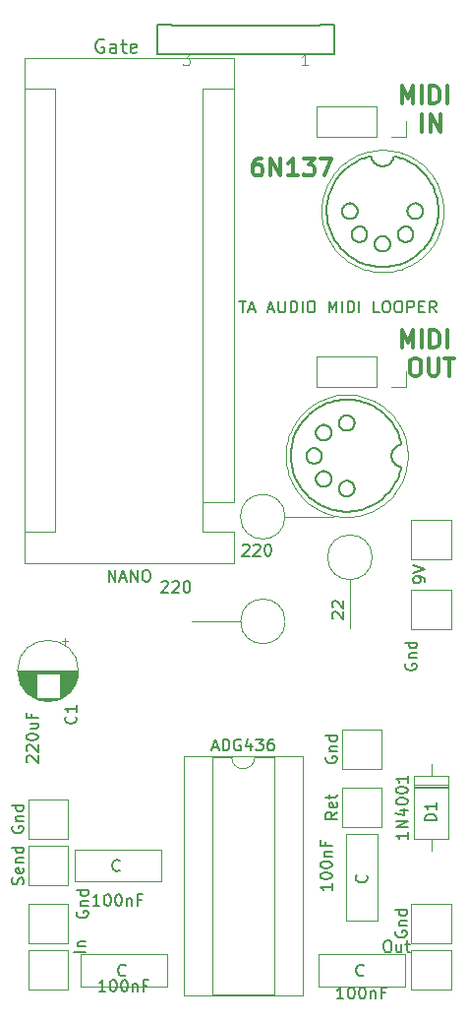
<source format=gbr>
%TF.GenerationSoftware,KiCad,Pcbnew,(6.0.4)*%
%TF.CreationDate,2024-09-07T16:12:38+01:00*%
%TF.ProjectId,pcb,7063622e-6b69-4636-9164-5f7063625858,rev?*%
%TF.SameCoordinates,Original*%
%TF.FileFunction,Legend,Top*%
%TF.FilePolarity,Positive*%
%FSLAX46Y46*%
G04 Gerber Fmt 4.6, Leading zero omitted, Abs format (unit mm)*
G04 Created by KiCad (PCBNEW (6.0.4)) date 2024-09-07 16:12:38*
%MOMM*%
%LPD*%
G01*
G04 APERTURE LIST*
%ADD10C,0.300000*%
%ADD11C,0.150000*%
%ADD12C,0.132291*%
%ADD13C,0.100000*%
%ADD14C,0.144780*%
%ADD15C,0.121920*%
%ADD16C,0.120000*%
%ADD17C,0.127000*%
%ADD18C,0.152400*%
G04 APERTURE END LIST*
D10*
X226464285Y-81471071D02*
X226464285Y-79971071D01*
X226964285Y-81042500D01*
X227464285Y-79971071D01*
X227464285Y-81471071D01*
X228178571Y-81471071D02*
X228178571Y-79971071D01*
X228892857Y-81471071D02*
X228892857Y-79971071D01*
X229250000Y-79971071D01*
X229464285Y-80042500D01*
X229607142Y-80185357D01*
X229678571Y-80328214D01*
X229750000Y-80613928D01*
X229750000Y-80828214D01*
X229678571Y-81113928D01*
X229607142Y-81256785D01*
X229464285Y-81399642D01*
X229250000Y-81471071D01*
X228892857Y-81471071D01*
X230392857Y-81471071D02*
X230392857Y-79971071D01*
X227500000Y-82386071D02*
X227785714Y-82386071D01*
X227928571Y-82457500D01*
X228071428Y-82600357D01*
X228142857Y-82886071D01*
X228142857Y-83386071D01*
X228071428Y-83671785D01*
X227928571Y-83814642D01*
X227785714Y-83886071D01*
X227500000Y-83886071D01*
X227357142Y-83814642D01*
X227214285Y-83671785D01*
X227142857Y-83386071D01*
X227142857Y-82886071D01*
X227214285Y-82600357D01*
X227357142Y-82457500D01*
X227500000Y-82386071D01*
X228785714Y-82386071D02*
X228785714Y-83600357D01*
X228857142Y-83743214D01*
X228928571Y-83814642D01*
X229071428Y-83886071D01*
X229357142Y-83886071D01*
X229500000Y-83814642D01*
X229571428Y-83743214D01*
X229642857Y-83600357D01*
X229642857Y-82386071D01*
X230142857Y-82386071D02*
X231000000Y-82386071D01*
X230571428Y-83886071D02*
X230571428Y-82386071D01*
D11*
X212476190Y-77452380D02*
X213047619Y-77452380D01*
X212761904Y-78452380D02*
X212761904Y-77452380D01*
X213333333Y-78166666D02*
X213809523Y-78166666D01*
X213238095Y-78452380D02*
X213571428Y-77452380D01*
X213904761Y-78452380D01*
X214952380Y-78166666D02*
X215428571Y-78166666D01*
X214857142Y-78452380D02*
X215190476Y-77452380D01*
X215523809Y-78452380D01*
X215857142Y-77452380D02*
X215857142Y-78261904D01*
X215904761Y-78357142D01*
X215952380Y-78404761D01*
X216047619Y-78452380D01*
X216238095Y-78452380D01*
X216333333Y-78404761D01*
X216380952Y-78357142D01*
X216428571Y-78261904D01*
X216428571Y-77452380D01*
X216904761Y-78452380D02*
X216904761Y-77452380D01*
X217142857Y-77452380D01*
X217285714Y-77500000D01*
X217380952Y-77595238D01*
X217428571Y-77690476D01*
X217476190Y-77880952D01*
X217476190Y-78023809D01*
X217428571Y-78214285D01*
X217380952Y-78309523D01*
X217285714Y-78404761D01*
X217142857Y-78452380D01*
X216904761Y-78452380D01*
X217904761Y-78452380D02*
X217904761Y-77452380D01*
X218571428Y-77452380D02*
X218761904Y-77452380D01*
X218857142Y-77500000D01*
X218952380Y-77595238D01*
X219000000Y-77785714D01*
X219000000Y-78119047D01*
X218952380Y-78309523D01*
X218857142Y-78404761D01*
X218761904Y-78452380D01*
X218571428Y-78452380D01*
X218476190Y-78404761D01*
X218380952Y-78309523D01*
X218333333Y-78119047D01*
X218333333Y-77785714D01*
X218380952Y-77595238D01*
X218476190Y-77500000D01*
X218571428Y-77452380D01*
X220190476Y-78452380D02*
X220190476Y-77452380D01*
X220523809Y-78166666D01*
X220857142Y-77452380D01*
X220857142Y-78452380D01*
X221333333Y-78452380D02*
X221333333Y-77452380D01*
X221809523Y-78452380D02*
X221809523Y-77452380D01*
X222047619Y-77452380D01*
X222190476Y-77500000D01*
X222285714Y-77595238D01*
X222333333Y-77690476D01*
X222380952Y-77880952D01*
X222380952Y-78023809D01*
X222333333Y-78214285D01*
X222285714Y-78309523D01*
X222190476Y-78404761D01*
X222047619Y-78452380D01*
X221809523Y-78452380D01*
X222809523Y-78452380D02*
X222809523Y-77452380D01*
X224523809Y-78452380D02*
X224047619Y-78452380D01*
X224047619Y-77452380D01*
X225047619Y-77452380D02*
X225238095Y-77452380D01*
X225333333Y-77500000D01*
X225428571Y-77595238D01*
X225476190Y-77785714D01*
X225476190Y-78119047D01*
X225428571Y-78309523D01*
X225333333Y-78404761D01*
X225238095Y-78452380D01*
X225047619Y-78452380D01*
X224952380Y-78404761D01*
X224857142Y-78309523D01*
X224809523Y-78119047D01*
X224809523Y-77785714D01*
X224857142Y-77595238D01*
X224952380Y-77500000D01*
X225047619Y-77452380D01*
X226095238Y-77452380D02*
X226285714Y-77452380D01*
X226380952Y-77500000D01*
X226476190Y-77595238D01*
X226523809Y-77785714D01*
X226523809Y-78119047D01*
X226476190Y-78309523D01*
X226380952Y-78404761D01*
X226285714Y-78452380D01*
X226095238Y-78452380D01*
X226000000Y-78404761D01*
X225904761Y-78309523D01*
X225857142Y-78119047D01*
X225857142Y-77785714D01*
X225904761Y-77595238D01*
X226000000Y-77500000D01*
X226095238Y-77452380D01*
X226952380Y-78452380D02*
X226952380Y-77452380D01*
X227333333Y-77452380D01*
X227428571Y-77500000D01*
X227476190Y-77547619D01*
X227523809Y-77642857D01*
X227523809Y-77785714D01*
X227476190Y-77880952D01*
X227428571Y-77928571D01*
X227333333Y-77976190D01*
X226952380Y-77976190D01*
X227952380Y-77928571D02*
X228285714Y-77928571D01*
X228428571Y-78452380D02*
X227952380Y-78452380D01*
X227952380Y-77452380D01*
X228428571Y-77452380D01*
X229428571Y-78452380D02*
X229095238Y-77976190D01*
X228857142Y-78452380D02*
X228857142Y-77452380D01*
X229238095Y-77452380D01*
X229333333Y-77500000D01*
X229380952Y-77547619D01*
X229428571Y-77642857D01*
X229428571Y-77785714D01*
X229380952Y-77880952D01*
X229333333Y-77928571D01*
X229238095Y-77976190D01*
X228857142Y-77976190D01*
D10*
X214357142Y-65178571D02*
X214071428Y-65178571D01*
X213928571Y-65250000D01*
X213857142Y-65321428D01*
X213714285Y-65535714D01*
X213642857Y-65821428D01*
X213642857Y-66392857D01*
X213714285Y-66535714D01*
X213785714Y-66607142D01*
X213928571Y-66678571D01*
X214214285Y-66678571D01*
X214357142Y-66607142D01*
X214428571Y-66535714D01*
X214500000Y-66392857D01*
X214500000Y-66035714D01*
X214428571Y-65892857D01*
X214357142Y-65821428D01*
X214214285Y-65750000D01*
X213928571Y-65750000D01*
X213785714Y-65821428D01*
X213714285Y-65892857D01*
X213642857Y-66035714D01*
X215142857Y-66678571D02*
X215142857Y-65178571D01*
X216000000Y-66678571D01*
X216000000Y-65178571D01*
X217500000Y-66678571D02*
X216642857Y-66678571D01*
X217071428Y-66678571D02*
X217071428Y-65178571D01*
X216928571Y-65392857D01*
X216785714Y-65535714D01*
X216642857Y-65607142D01*
X218000000Y-65178571D02*
X218928571Y-65178571D01*
X218428571Y-65750000D01*
X218642857Y-65750000D01*
X218785714Y-65821428D01*
X218857142Y-65892857D01*
X218928571Y-66035714D01*
X218928571Y-66392857D01*
X218857142Y-66535714D01*
X218785714Y-66607142D01*
X218642857Y-66678571D01*
X218214285Y-66678571D01*
X218071428Y-66607142D01*
X218000000Y-66535714D01*
X219428571Y-65178571D02*
X220428571Y-65178571D01*
X219785714Y-66678571D01*
D12*
X219293499Y-88269773D02*
X219268680Y-88293370D01*
X224788265Y-87039579D02*
X224629657Y-86914312D01*
X225608162Y-90937073D02*
X225600855Y-90892396D01*
X220401185Y-92682079D02*
X220397377Y-92650338D01*
X218948523Y-90090334D02*
X218914271Y-90089467D01*
X218362502Y-90382787D02*
X218345192Y-90409781D01*
X218314471Y-91043253D02*
X218329168Y-91071943D01*
X221065194Y-87904501D02*
X221064328Y-87938749D01*
X219488770Y-88147223D02*
X219458981Y-88160162D01*
X219165909Y-88425706D02*
X219149923Y-88454366D01*
X220275512Y-93139242D02*
X220294553Y-93111937D01*
X219268230Y-93216445D02*
X219293052Y-93240042D01*
X225592374Y-90801128D02*
X225591296Y-90754630D01*
X218249710Y-90789027D02*
X218252280Y-90822816D01*
X219135023Y-93026131D02*
X219149485Y-93055389D01*
X226106952Y-89889116D02*
X226145841Y-89869092D01*
X219319341Y-89280004D02*
X219345876Y-89300579D01*
X218850572Y-86898583D02*
X218668779Y-87041441D01*
X221531852Y-94206361D02*
X221563418Y-94215329D01*
X219112191Y-91390237D02*
X219143113Y-91379786D01*
X219268680Y-88293370D02*
X219268680Y-88293370D01*
X219073811Y-88763796D02*
X219074576Y-88795718D01*
X218262365Y-90888880D02*
X218269796Y-90921071D01*
X219803023Y-89426340D02*
X219834763Y-89422534D01*
X219182977Y-93112072D02*
X219202006Y-93139378D01*
X216942360Y-91246727D02*
X216972965Y-91487558D01*
X218256512Y-90856114D02*
X218262365Y-90888880D01*
X226106829Y-91620497D02*
X226068972Y-91598822D01*
X225591296Y-90754630D02*
X225591296Y-90754630D01*
X219802937Y-88101573D02*
X219771076Y-88099285D01*
X219222559Y-93165915D02*
X219244633Y-93191624D01*
X218780179Y-90102983D02*
X218747987Y-90110411D01*
X223574142Y-86308747D02*
X223382797Y-86234046D01*
X221094260Y-93768699D02*
X221104724Y-93799617D01*
X216972965Y-90021871D02*
X216942360Y-90262698D01*
X225617622Y-93590766D02*
X225842660Y-93253906D01*
X219519032Y-88135806D02*
X219488770Y-88147223D01*
X222200151Y-87468184D02*
X222177044Y-87446156D01*
X218256512Y-90653459D02*
X218252280Y-90686758D01*
X222177044Y-93078215D02*
X222152901Y-93057302D01*
X222394158Y-93605069D02*
X222395023Y-93570828D01*
X219459109Y-89367640D02*
X219488894Y-89380596D01*
X220385581Y-88922428D02*
X220392431Y-88891104D01*
X225962035Y-91524393D02*
X225928761Y-91496606D01*
X220018930Y-93349591D02*
X220048189Y-93335121D01*
X220294970Y-88397893D02*
X220275931Y-88370583D01*
X221331631Y-93037550D02*
X221306495Y-93057302D01*
X218597112Y-91339849D02*
X218625803Y-91354539D01*
X221116641Y-93829836D02*
X221129969Y-93859312D01*
X225595576Y-90847066D02*
X225592374Y-90801128D01*
X220184438Y-92251713D02*
X220158740Y-92229651D01*
X217392077Y-92841012D02*
X217498354Y-93048509D01*
X218914271Y-90089467D02*
X218880033Y-90090333D01*
X221094250Y-93372908D02*
X221085281Y-93404490D01*
X225600858Y-90616957D02*
X225608168Y-90572307D01*
X217015287Y-89784900D02*
X216972965Y-90021871D01*
X221331639Y-94104068D02*
X221357724Y-94122622D01*
X219345431Y-92209174D02*
X219318893Y-92229735D01*
X225592374Y-90708166D02*
X225595577Y-90662259D01*
X219514119Y-90466404D02*
X219499426Y-90437722D01*
X221831004Y-94228613D02*
X221863777Y-94222760D01*
X219400621Y-93319206D02*
X219429289Y-93335191D01*
X222243120Y-93994102D02*
X222262869Y-93968962D01*
X225628672Y-91024275D02*
X225617451Y-90981048D01*
X218655278Y-90141747D02*
X218625803Y-90155070D01*
X219429420Y-92156634D02*
X219400753Y-92172624D01*
X219580443Y-92099534D02*
X219549411Y-92107908D01*
X222177075Y-94063395D02*
X222200181Y-94041360D01*
X221357724Y-88490532D02*
X221384718Y-88507840D01*
X218466873Y-90262294D02*
X218443762Y-90284323D01*
X220397377Y-92650338D02*
X220392046Y-92618774D01*
X221595601Y-88590657D02*
X221628357Y-88596509D01*
X221129969Y-88227239D02*
X221144666Y-88255931D01*
X220019425Y-89367702D02*
X220048688Y-89353231D01*
X219558780Y-90921076D02*
X219566208Y-90888872D01*
X220132699Y-89300678D02*
X220159246Y-89280113D01*
X220759945Y-95469257D02*
X220996912Y-95511579D01*
X221094260Y-88136627D02*
X221104724Y-88167545D01*
X221144654Y-93253593D02*
X221129957Y-93282286D01*
X219866245Y-88110716D02*
X219834680Y-88105383D01*
X222354652Y-93341986D02*
X222342739Y-93311765D01*
X216923776Y-90507078D02*
X216917513Y-90754709D01*
X219268363Y-92275428D02*
X219244754Y-92300252D01*
X219319206Y-88247698D02*
X219293499Y-88269773D01*
X220385191Y-92904252D02*
X220392046Y-92872928D01*
X218400812Y-91178029D02*
X218421728Y-91202172D01*
X221863754Y-87286861D02*
X221830986Y-87281011D01*
X225591296Y-90754630D02*
X225592374Y-90708166D01*
X226442778Y-89778979D02*
X226396157Y-89575308D01*
X223574138Y-95200831D02*
X223761411Y-95118301D01*
X221177999Y-93942872D02*
X221196552Y-93968962D01*
X225808788Y-91371833D02*
X225782315Y-91337469D01*
X220209248Y-92275296D02*
X220184438Y-92251713D01*
X219234490Y-94870314D02*
X219436011Y-94986192D01*
X225928761Y-91496606D02*
X225896751Y-91467409D01*
X219447549Y-91152944D02*
X219466100Y-91126856D01*
X222374082Y-93737122D02*
X222381510Y-93704929D01*
X222391589Y-88006776D02*
X222394158Y-87972987D01*
X219085982Y-88636703D02*
X219080655Y-88668268D01*
X222395023Y-87938749D02*
X222395023Y-87938749D01*
X220294553Y-93111937D02*
X220312071Y-93083923D01*
X219518733Y-92117805D02*
X219488469Y-92129225D01*
X219578859Y-90788968D02*
X219579724Y-90754709D01*
X222222210Y-88386147D02*
X222243120Y-88362001D01*
X221729649Y-92905375D02*
X221695423Y-92906240D01*
X219122137Y-92495548D02*
X219110712Y-92525813D01*
X219110712Y-92525813D02*
X219100811Y-92556492D01*
X220404232Y-92745854D02*
X220403470Y-92713937D01*
X221895973Y-88583223D02*
X221927552Y-88574255D01*
X219015634Y-90097138D02*
X218982325Y-90092905D01*
X219073381Y-92745947D02*
X219074140Y-92777867D01*
X222127766Y-87405496D02*
X222101679Y-87386949D01*
X219579724Y-90754709D02*
X219579724Y-90754709D01*
X219483406Y-90409864D02*
X219466100Y-90382872D01*
X218491019Y-90241384D02*
X218466873Y-90262294D01*
X222177044Y-87446156D02*
X222152901Y-87425246D01*
X219165470Y-93084056D02*
X219182977Y-93112072D01*
X218780179Y-91406606D02*
X218812945Y-91412449D01*
X220048688Y-89353231D02*
X220077361Y-89337237D01*
X221077850Y-87804628D02*
X221071997Y-87837399D01*
X223944411Y-95028142D02*
X224122936Y-94930558D01*
X222018164Y-94170654D02*
X222046855Y-94155957D01*
X220377208Y-88953456D02*
X220385581Y-88922428D01*
X223944417Y-86481438D02*
X223761416Y-86391279D01*
X221160678Y-87593684D02*
X221144654Y-87621549D01*
X221763899Y-88603310D02*
X221797698Y-88600740D01*
X219293052Y-93240042D02*
X219318761Y-93262117D01*
X217295703Y-92627846D02*
X217392077Y-92841012D01*
X222329415Y-87650206D02*
X222314722Y-87621514D01*
X218812945Y-90097133D02*
X218780179Y-90102983D01*
X223382795Y-95275533D02*
X223574138Y-95200831D01*
X219122572Y-89014200D02*
X219135521Y-89043991D01*
X221729649Y-92905375D02*
X221729649Y-92905375D01*
X226185708Y-89850760D02*
X226226506Y-89834169D01*
X221065194Y-93536576D02*
X221064328Y-93570828D01*
X220377208Y-88574580D02*
X220367310Y-88543901D01*
X221306495Y-87425271D02*
X221282352Y-87446183D01*
X219223113Y-89183763D02*
X219245201Y-89209466D01*
X219549411Y-92107908D02*
X219518733Y-92117805D01*
X221695423Y-87274214D02*
X221661644Y-87276783D01*
X221797698Y-94232846D02*
X221831004Y-94228613D01*
X219427797Y-91178081D02*
X219447549Y-91152944D01*
X222372081Y-95524523D02*
X222580750Y-95492000D01*
X219519153Y-89392028D02*
X219549826Y-89401935D01*
X218982325Y-90092905D02*
X218948523Y-90090334D01*
X221661645Y-94232846D02*
X221695423Y-94235416D01*
X221628357Y-94228613D02*
X221661645Y-94232846D01*
X221064328Y-93570828D02*
X221065196Y-93605069D01*
X219173334Y-90141779D02*
X219143113Y-90129861D01*
X225866054Y-91436850D02*
X225836717Y-91404976D01*
X219580854Y-89410319D02*
X219612177Y-89417179D01*
X223761416Y-86391279D02*
X223574142Y-86308747D01*
X219738855Y-92080506D02*
X219706936Y-92081267D01*
X226126552Y-88796494D02*
X226039381Y-88611769D01*
X219086007Y-88890892D02*
X219092864Y-88922223D01*
X219527443Y-90495868D02*
X219514119Y-90466404D01*
X221282361Y-94063395D02*
X221306504Y-94084311D01*
X219611646Y-93399125D02*
X219643212Y-93404451D01*
X218314471Y-90466330D02*
X218301143Y-90495802D01*
X218914271Y-91420083D02*
X218914271Y-91420083D01*
X218278764Y-90952646D02*
X218289227Y-90983562D01*
X225944629Y-93078177D02*
X226039295Y-92897851D01*
X221797685Y-87276782D02*
X221763892Y-87274213D01*
X220132213Y-92209109D02*
X220104917Y-92190088D01*
X220366911Y-92525734D02*
X220355486Y-92495468D01*
X219183065Y-92379810D02*
X219165549Y-92407828D01*
X221104713Y-93341986D02*
X221094250Y-93372908D01*
X217392077Y-88668457D02*
X217295703Y-88881616D01*
X222391588Y-93502774D02*
X222387357Y-93469465D01*
X222395023Y-87938749D02*
X222394158Y-87904494D01*
X221067764Y-93502774D02*
X221065194Y-93536576D01*
X221071997Y-93469465D02*
X221067764Y-93502774D01*
X220075191Y-86234572D02*
X219856664Y-86320736D01*
X225595577Y-90662259D02*
X225600858Y-90616957D01*
X218278764Y-90556930D02*
X218269796Y-90588503D01*
X222046855Y-88523852D02*
X222074718Y-88507828D01*
X221116630Y-87679716D02*
X221104713Y-87709934D01*
X219866326Y-89417205D02*
X219897654Y-89410351D01*
X225944705Y-88431438D02*
X225842728Y-88255704D01*
X220392434Y-88636942D02*
X220385582Y-88605613D01*
X221177987Y-93198726D02*
X221160678Y-93225725D01*
X219080224Y-92841472D02*
X219085551Y-92873037D01*
X220401566Y-88827803D02*
X220403851Y-88795945D01*
X224296784Y-94825751D02*
X224465753Y-94713922D01*
X226310552Y-91703239D02*
X226268042Y-91690266D01*
X221116641Y-88197763D02*
X221129969Y-88227239D01*
X221196540Y-93172637D02*
X221177987Y-93198726D01*
X219643335Y-92087355D02*
X219611771Y-92092683D01*
X225617451Y-90981048D02*
X225608162Y-90937073D01*
X218249710Y-90720548D02*
X218248844Y-90754789D01*
X221384718Y-88507840D02*
X221412578Y-88523863D01*
X218421728Y-91202172D02*
X218443762Y-91225280D01*
X220233282Y-88318328D02*
X220209671Y-88293502D01*
X216972965Y-91487558D02*
X217015287Y-91724535D01*
X220312071Y-93083923D02*
X220328066Y-93055258D01*
X225617674Y-87918837D02*
X225495002Y-87758107D01*
X222365119Y-93768699D02*
X222374082Y-93737122D01*
X219337599Y-90241454D02*
X219312462Y-90221698D01*
X219549709Y-88125911D02*
X219519032Y-88135806D01*
X221531852Y-88574260D02*
X221563418Y-88583227D01*
X222314738Y-93888005D02*
X222329429Y-93859312D01*
X219361743Y-91247359D02*
X219384852Y-91225330D01*
X219345876Y-89300579D02*
X219373179Y-89319630D01*
X219897257Y-92099536D02*
X219865932Y-92092686D01*
X220232859Y-93191489D02*
X220254947Y-93165780D01*
X219149555Y-92436496D02*
X219135085Y-92465756D01*
X219675476Y-89426328D02*
X219707332Y-89428617D01*
X217739406Y-93445286D02*
X217873577Y-93633961D01*
X220385191Y-92587446D02*
X220376812Y-92556413D01*
X219312462Y-90221698D02*
X219286373Y-90203144D01*
X221628356Y-87281013D02*
X221595600Y-87286864D01*
X218747987Y-91399183D02*
X218780179Y-91406606D01*
X218542247Y-91306525D02*
X218569246Y-91323830D01*
X222262869Y-93968962D02*
X222281417Y-93942872D01*
X221988689Y-88551876D02*
X222018164Y-88538549D01*
X216917513Y-90754709D02*
X216923776Y-91002343D01*
X220275997Y-89157380D02*
X220295020Y-89130084D01*
X225088827Y-87309158D02*
X224941389Y-87171262D01*
X218016441Y-87693754D02*
X217873577Y-87875542D01*
X219085576Y-92618855D02*
X219080243Y-92650421D01*
X222281396Y-87566652D02*
X222262846Y-87540566D01*
X221831004Y-88596508D02*
X221863777Y-88590655D01*
X217295703Y-88881616D02*
X217209535Y-89100142D01*
X219074146Y-92714026D02*
X219073381Y-92745947D01*
X226206017Y-88985413D02*
X226126552Y-88796494D01*
X218569246Y-91323830D02*
X218597112Y-91339849D01*
X221412573Y-92985673D02*
X221384712Y-93001693D01*
X220104873Y-93301610D02*
X220132179Y-93282571D01*
X221104724Y-93799617D02*
X221116641Y-93829836D01*
X219989216Y-92129216D02*
X219958958Y-92117801D01*
X219928608Y-88125950D02*
X219897574Y-88117571D01*
X219856664Y-86320736D02*
X219643503Y-86417106D01*
X219135459Y-88483620D02*
X219122518Y-88513406D01*
X222152901Y-93057302D02*
X222127766Y-93037550D01*
X224465753Y-94713922D02*
X224788245Y-94470008D01*
X219576289Y-90822777D02*
X219578859Y-90788968D01*
X225628685Y-90485152D02*
X225641796Y-90442742D01*
X221067764Y-87870704D02*
X221065194Y-87904501D01*
X220385582Y-88605613D02*
X220377208Y-88574580D01*
X219092832Y-88605375D02*
X219085982Y-88636703D01*
X219183506Y-89129927D02*
X219202548Y-89157230D01*
X222786358Y-86058939D02*
X222580750Y-86017577D01*
X219447549Y-90356788D02*
X219427797Y-90331653D01*
X219959287Y-88135852D02*
X219928608Y-88125950D01*
X219039243Y-94745139D02*
X219234490Y-94870314D01*
X225842728Y-88255704D02*
X225733650Y-88084770D01*
X221064328Y-87938749D02*
X221064328Y-87938749D01*
X219514119Y-91043293D02*
X219527443Y-91013812D01*
X218400812Y-90331569D02*
X218381056Y-90356702D01*
X226032299Y-89934056D02*
X226069089Y-89910787D01*
X220209671Y-88293502D02*
X220209671Y-88293502D01*
X221259253Y-94041360D02*
X221282361Y-94063395D01*
X222222210Y-94018248D02*
X222243120Y-93994102D01*
X219576289Y-90686731D02*
X219572059Y-90653455D01*
X220376812Y-92556413D02*
X220366911Y-92525734D01*
X219643738Y-89422515D02*
X219675476Y-89426328D01*
X221085290Y-88105050D02*
X221094260Y-88136627D01*
X221072003Y-93672161D02*
X221077857Y-93704929D01*
X221160678Y-93225725D02*
X221144654Y-93253593D01*
X221729649Y-88604176D02*
X221729649Y-88604176D01*
X219770773Y-92081268D02*
X219738855Y-92080506D01*
X221259243Y-87468214D02*
X221237210Y-87491321D01*
X219483406Y-91099856D02*
X219499426Y-91071988D01*
X222046819Y-92985673D02*
X222018129Y-92970980D01*
X218494167Y-94316846D02*
X218668779Y-94468102D01*
X222101679Y-93018999D02*
X222074683Y-93001693D01*
X221306504Y-94084311D02*
X221331639Y-94104068D01*
X220392431Y-88891104D02*
X220397760Y-88859543D01*
X221661644Y-87276783D02*
X221628356Y-87281013D01*
X225656746Y-90401173D02*
X225673486Y-90360493D01*
X221216295Y-93147500D02*
X221196540Y-93172637D01*
X220392046Y-92618774D02*
X220385191Y-92587446D01*
X220397377Y-92841367D02*
X220401185Y-92809628D01*
X219173334Y-91367881D02*
X219202813Y-91354564D01*
X219572059Y-90856092D02*
X219576289Y-90822777D01*
X220367310Y-88543901D02*
X220355889Y-88513635D01*
X216917513Y-90754709D02*
X216917513Y-90754709D01*
X221144666Y-88255931D02*
X221160690Y-88283797D01*
X221927522Y-87303250D02*
X221895946Y-87294287D01*
X222391589Y-93638860D02*
X222394158Y-93605069D01*
X221695423Y-94235416D02*
X221729649Y-94236282D01*
X217873577Y-87875542D02*
X217739406Y-88064208D01*
X218668779Y-94468102D02*
X218850572Y-94610967D01*
X221237221Y-88386167D02*
X221259253Y-88409277D01*
X219611771Y-92092683D02*
X219580443Y-92099534D01*
X221129957Y-87650240D02*
X221116630Y-87679716D01*
X219865932Y-92092686D02*
X219834371Y-92087358D01*
X218542247Y-90203085D02*
X218516157Y-90221633D01*
X219706818Y-93410536D02*
X219738739Y-93411294D01*
X221077850Y-93436690D02*
X221071997Y-93469465D01*
X225600855Y-90892396D02*
X225595576Y-90847066D01*
X220209248Y-93216313D02*
X220232859Y-93191489D01*
X221065196Y-93605069D02*
X221067768Y-93638860D01*
X222222182Y-93123356D02*
X222200151Y-93100247D01*
X218269796Y-90921071D02*
X218278764Y-90952646D01*
X219143113Y-91379786D02*
X219173334Y-91367881D01*
X219518604Y-93374010D02*
X219549282Y-93383904D01*
X217209535Y-92409312D02*
X217295703Y-92627846D01*
X218381056Y-90356702D02*
X218362502Y-90382787D01*
X221500943Y-94195898D02*
X221531852Y-94206361D01*
X219458981Y-88160162D02*
X219429724Y-88174625D01*
X221331639Y-88471979D02*
X221357724Y-88490532D01*
X222298720Y-93915872D02*
X222314738Y-93888005D01*
X221196540Y-87540599D02*
X221177987Y-87566687D01*
X219143113Y-90129861D02*
X219112191Y-90119396D01*
X219466100Y-90382872D02*
X219447549Y-90356788D01*
X226310702Y-89806398D02*
X226354004Y-89795313D01*
X220403470Y-92713937D02*
X220401185Y-92682079D01*
X218812945Y-91412449D02*
X218846243Y-91416670D01*
X220184847Y-88269893D02*
X220159136Y-88247807D01*
X220254947Y-92325853D02*
X220232859Y-92300132D01*
X219231506Y-90169807D02*
X219202813Y-90155108D01*
X221237210Y-93123356D02*
X221216295Y-93147500D01*
X219183418Y-88397698D02*
X219165909Y-88425706D01*
X218248844Y-90754789D02*
X218248844Y-90754789D01*
X225088799Y-94200433D02*
X225365796Y-93906814D01*
X218747987Y-90110411D02*
X218716412Y-90119376D01*
X221563418Y-94215329D02*
X221595601Y-94222760D01*
X220232859Y-92300132D02*
X220209248Y-92275296D01*
X220328502Y-89073419D02*
X220342961Y-89044168D01*
X220209248Y-93216313D02*
X220209248Y-93216313D01*
X221729728Y-85942547D02*
X221729728Y-85942547D01*
X218269796Y-90588503D02*
X218262365Y-90620694D01*
X218948523Y-91419230D02*
X218982325Y-91416672D01*
X219135085Y-92465756D02*
X219122137Y-92495548D01*
X226069089Y-89910787D02*
X226106952Y-89889116D01*
X219202006Y-93139378D02*
X219222559Y-93165915D01*
X221729728Y-95567030D02*
X221729728Y-95567030D01*
X222387359Y-93672161D02*
X222391589Y-93638860D01*
X221531849Y-87303257D02*
X221500940Y-87313717D01*
X219076433Y-92682165D02*
X219074146Y-92714026D01*
X221988689Y-94183981D02*
X222018164Y-94170654D01*
X219286373Y-90203144D02*
X219259374Y-90185833D01*
X219989139Y-93362539D02*
X220018930Y-93349591D01*
X221797698Y-88600740D02*
X221831004Y-88596508D01*
X225836717Y-91404976D02*
X225808788Y-91371833D01*
X225230376Y-87453066D02*
X225088827Y-87309158D01*
X220328066Y-93055258D02*
X220342538Y-93026003D01*
X219436011Y-94986192D02*
X219643503Y-95092468D01*
X220404612Y-88764028D02*
X220403852Y-88732109D01*
X219345298Y-93282669D02*
X219372605Y-93301699D01*
X221282352Y-87446183D02*
X221259243Y-87468214D01*
X221470729Y-92957656D02*
X221441260Y-92970980D01*
X219244754Y-92300252D02*
X219222668Y-92325963D01*
X225641780Y-91066706D02*
X225628672Y-91024275D01*
X225733928Y-91265268D02*
X225712109Y-91227525D01*
X222101679Y-87386949D02*
X222074683Y-87369646D01*
X226268186Y-89819366D02*
X226310702Y-89806398D01*
X219738739Y-93411294D02*
X219770660Y-93410530D01*
X221958439Y-87313708D02*
X221927522Y-87303250D01*
X220158717Y-93262008D02*
X220184426Y-93239922D01*
X218850572Y-94610967D02*
X219039243Y-94745139D01*
X221129969Y-93859312D02*
X221144666Y-93888005D01*
X222381507Y-93436690D02*
X222374077Y-93404490D01*
X219100772Y-92935399D02*
X219110666Y-92966077D01*
X221384712Y-93001693D02*
X221357717Y-93018999D01*
X218262365Y-90620694D02*
X218256512Y-90653459D01*
X217133875Y-89323733D02*
X217069025Y-89552086D01*
X219048409Y-91406612D02*
X219080609Y-91399193D01*
X222329429Y-88227216D02*
X222342750Y-88197741D01*
X221216306Y-88362023D02*
X221237221Y-88386167D01*
X219372605Y-93301699D02*
X219400621Y-93319206D01*
X222354652Y-87709903D02*
X222342739Y-87679683D01*
X220275931Y-88370583D02*
X220255368Y-88344042D01*
X218248844Y-90754789D02*
X218249710Y-90789027D01*
X219458547Y-93349653D02*
X219488339Y-93362592D01*
X221160690Y-93915872D02*
X221177999Y-93942872D01*
X219865832Y-93399100D02*
X219897162Y-93392244D01*
X220759945Y-86040329D02*
X220527134Y-86094066D01*
X221237221Y-94018248D02*
X221259253Y-94041360D01*
X222329415Y-93282286D02*
X222314722Y-93253593D01*
X221927552Y-94206361D02*
X221958471Y-94195898D01*
X222074718Y-94139932D02*
X222101714Y-94122622D01*
X219268813Y-89234281D02*
X219293634Y-89257904D01*
X219612068Y-88110690D02*
X219580741Y-88117540D01*
X219834763Y-89422534D02*
X219866326Y-89417205D01*
X221628357Y-88596509D02*
X221661645Y-88600741D01*
X218329168Y-90437642D02*
X218314471Y-90466330D01*
X219149923Y-88454366D02*
X219135459Y-88483620D01*
X219406884Y-91202223D02*
X219427797Y-91178081D01*
X220376812Y-92935281D02*
X220385191Y-92904252D01*
X219111100Y-88543667D02*
X219101204Y-88574343D01*
X221104713Y-87709934D02*
X221094250Y-87740853D01*
X221895946Y-87294287D02*
X221863754Y-87286861D01*
X219268363Y-92275428D02*
X219268363Y-92275428D01*
X219549826Y-89401935D02*
X219580854Y-89410319D01*
X219318893Y-92229735D02*
X219293184Y-92251820D01*
X225733650Y-88084770D02*
X225617674Y-87918837D01*
X221958439Y-92945744D02*
X221927522Y-92935284D01*
X222314722Y-87621514D02*
X222298702Y-87593649D01*
X221282361Y-88431310D02*
X221306504Y-88452225D01*
X220077271Y-88190688D02*
X220048603Y-88174694D01*
X226277456Y-92331313D02*
X226340890Y-92134621D01*
X221196552Y-93968962D02*
X221216306Y-93994102D01*
X226396012Y-91934342D02*
X226442619Y-91730678D01*
X221863777Y-88590655D02*
X221895973Y-88583223D01*
X218982325Y-91416672D02*
X219015634Y-91412452D01*
X218716412Y-90119376D02*
X218685495Y-90129835D01*
X219074576Y-88795718D02*
X219076863Y-88827581D01*
X220159246Y-89280113D02*
X220184967Y-89258025D01*
X219539355Y-90526073D02*
X219527443Y-90495868D01*
X218685495Y-91379769D02*
X218716412Y-91390224D01*
X220367314Y-88984128D02*
X220377208Y-88953456D01*
X221071997Y-87837399D02*
X221067764Y-87870704D01*
X219080674Y-88859325D02*
X219086007Y-88890892D01*
X225757346Y-91301932D02*
X225733928Y-91265268D01*
X221067768Y-88006785D02*
X221072003Y-88040087D01*
X219076851Y-88700012D02*
X219074569Y-88731874D01*
X219897574Y-88117571D02*
X219866245Y-88110716D01*
X221160690Y-88283797D02*
X221177999Y-88310796D01*
X219202813Y-90155108D02*
X219173334Y-90141779D01*
X218716412Y-91390224D02*
X218747987Y-91399183D01*
X219112191Y-90119396D02*
X219080609Y-90110426D01*
X219101243Y-88953257D02*
X219111146Y-88983936D01*
X221064328Y-93570828D02*
X221064328Y-93570828D01*
X224296794Y-86683832D02*
X224122944Y-86579023D01*
D13*
X222000000Y-85509644D02*
X222266724Y-85529926D01*
X222529570Y-85563326D01*
X222788208Y-85609514D01*
X223042307Y-85668160D01*
X223291538Y-85738934D01*
X223535571Y-85821506D01*
X223774076Y-85915546D01*
X224006722Y-86020723D01*
X224233181Y-86136709D01*
X224453121Y-86263172D01*
X224666214Y-86399783D01*
X224872128Y-86546212D01*
X225070534Y-86702128D01*
X225261103Y-86867202D01*
X225443503Y-87041104D01*
X225617405Y-87223503D01*
X225782479Y-87414070D01*
X225938395Y-87612475D01*
X226084824Y-87818387D01*
X226221434Y-88031476D01*
X226347896Y-88251413D01*
X226463881Y-88477868D01*
X226569057Y-88710510D01*
X226663096Y-88949009D01*
X226745667Y-89193036D01*
X226816440Y-89442260D01*
X226875085Y-89696351D01*
X226921272Y-89954980D01*
X226954672Y-90217815D01*
X226974953Y-90484528D01*
X226981787Y-90754789D01*
X226974953Y-91025042D01*
X226954672Y-91291749D01*
X226921272Y-91554579D01*
X226875085Y-91813202D01*
X226816440Y-92067289D01*
X226745667Y-92316510D01*
X226663096Y-92560533D01*
X226569057Y-92799030D01*
X226463881Y-93031670D01*
X226347896Y-93258123D01*
X226221434Y-93478059D01*
X226084824Y-93691147D01*
X225938395Y-93897059D01*
X225782479Y-94095463D01*
X225617405Y-94286031D01*
X225443503Y-94468430D01*
X225261103Y-94642333D01*
X225070534Y-94807408D01*
X224872128Y-94963325D01*
X224666214Y-95109755D01*
X224453121Y-95246368D01*
X224233181Y-95372832D01*
X224006722Y-95488819D01*
X223774076Y-95593998D01*
X223535571Y-95688039D01*
X223291538Y-95770612D01*
X223042307Y-95841388D01*
X222788208Y-95900035D01*
X222529570Y-95946224D01*
X222266724Y-95979624D01*
X222000000Y-95999907D01*
X221729728Y-96006741D01*
X221459472Y-95999907D01*
X221192763Y-95979624D01*
X220929929Y-95946224D01*
X220671302Y-95900035D01*
X220417212Y-95841388D01*
X220167988Y-95770612D01*
X219923960Y-95688039D01*
X219685459Y-95593998D01*
X219452815Y-95488819D01*
X219226358Y-95372832D01*
X219006418Y-95246368D01*
X218793324Y-95109755D01*
X218587408Y-94963325D01*
X218388999Y-94807408D01*
X218198428Y-94642333D01*
X218016024Y-94468430D01*
X217842117Y-94286031D01*
X217677038Y-94095463D01*
X217521116Y-93897059D01*
X217374682Y-93691147D01*
X217238066Y-93478059D01*
X217111598Y-93258123D01*
X216995608Y-93031670D01*
X216890426Y-92799030D01*
X216796382Y-92560533D01*
X216713806Y-92316510D01*
X216643029Y-92067289D01*
X216584380Y-91813202D01*
X216538189Y-91554579D01*
X216504788Y-91291749D01*
X216484504Y-91025042D01*
X216477670Y-90754789D01*
X216484504Y-90484524D01*
X216504788Y-90217807D01*
X216538189Y-89954967D01*
X216584380Y-89696336D01*
X216643029Y-89442242D01*
X216713806Y-89193016D01*
X216796382Y-88948988D01*
X216890426Y-88710487D01*
X216995608Y-88477844D01*
X217111598Y-88251390D01*
X217238066Y-88031452D01*
X217374682Y-87818363D01*
X217521116Y-87612452D01*
X217677038Y-87414048D01*
X217842117Y-87223482D01*
X218016024Y-87041084D01*
X218198428Y-86867183D01*
X218388999Y-86702111D01*
X218587408Y-86546196D01*
X218793324Y-86399769D01*
X219006418Y-86263159D01*
X219226358Y-86136698D01*
X219452815Y-86020714D01*
X219685459Y-85915538D01*
X219923960Y-85821500D01*
X220167988Y-85738929D01*
X220417212Y-85668157D01*
X220671302Y-85609512D01*
X220929929Y-85563325D01*
X221192763Y-85529925D01*
X221459472Y-85509644D01*
X221729728Y-85502810D01*
X222000000Y-85509644D01*
D12*
X221357717Y-87386970D02*
X221331631Y-87405519D01*
X219080609Y-90110426D02*
X219048409Y-90102993D01*
X218846243Y-90092902D02*
X218812945Y-90097133D01*
X219318761Y-93262117D02*
X219345298Y-93282669D01*
X220076857Y-93319127D02*
X220104873Y-93301610D01*
X222018164Y-88538549D02*
X222046855Y-88523852D01*
X223382797Y-86234046D02*
X223187584Y-86167376D01*
X219429855Y-89353161D02*
X219459109Y-89367640D01*
X220077361Y-89337237D02*
X220105384Y-89319719D01*
X218668779Y-87041441D02*
X218494167Y-87192689D01*
X226341022Y-89375022D02*
X226277574Y-89178323D01*
X221863754Y-92918891D02*
X221830986Y-92913040D01*
X217739406Y-88064208D02*
X217614231Y-88259451D01*
X221306504Y-88452225D02*
X221331639Y-88471979D01*
X219427797Y-90331653D02*
X219406884Y-90307511D01*
X219165549Y-92407828D02*
X219149555Y-92436496D01*
X224122936Y-94930558D02*
X224296784Y-94825751D01*
X220342538Y-93026003D02*
X220355486Y-92996216D01*
X221357717Y-93018999D02*
X221331631Y-93037550D01*
X219580741Y-88117540D02*
X219549709Y-88125911D01*
X219771076Y-88099285D02*
X219739156Y-88098521D01*
X219293184Y-92251820D02*
X219268363Y-92275428D01*
X219566208Y-90620709D02*
X219558780Y-90588535D01*
X225617459Y-90528356D02*
X225628685Y-90485152D01*
X225962132Y-89985201D02*
X225996631Y-89958877D01*
X219135521Y-89043991D02*
X219149993Y-89073248D01*
X219458679Y-92142168D02*
X219429420Y-92156634D01*
X220403852Y-88732109D02*
X220401569Y-88700249D01*
X221104724Y-88167545D02*
X221116641Y-88197763D01*
X217209535Y-89100142D02*
X217133875Y-89323733D01*
X219558780Y-90588535D02*
X219549815Y-90556976D01*
X221067768Y-93638860D02*
X221072003Y-93672161D01*
X219092864Y-88922223D02*
X219101243Y-88953257D01*
X225608168Y-90572307D02*
X225617459Y-90528356D01*
X219149993Y-89073248D02*
X219165988Y-89101914D01*
X218289227Y-90983562D02*
X218301143Y-91013779D01*
X219928285Y-92107908D02*
X219897257Y-92099536D01*
X226145841Y-89869092D02*
X226185708Y-89850760D01*
X218289227Y-90526016D02*
X218278764Y-90556930D01*
X219429289Y-93335191D02*
X219458547Y-93349653D01*
X220397763Y-88668507D02*
X220392434Y-88636942D01*
X219549282Y-93383904D02*
X219580316Y-93392276D01*
X219361743Y-90262369D02*
X219337599Y-90241454D01*
X217498354Y-93048509D02*
X217614231Y-93250035D01*
X222387359Y-88040075D02*
X222391589Y-88006776D01*
X221500943Y-88563798D02*
X221531852Y-88574260D01*
X223187584Y-86167376D02*
X222988703Y-86108940D01*
X219202813Y-91354564D02*
X219231506Y-91339878D01*
X226185574Y-91658862D02*
X226145712Y-91640526D01*
X226205910Y-92524217D02*
X226277456Y-92331313D01*
X226032189Y-91575548D02*
X225996527Y-91550722D01*
X226226506Y-89834169D02*
X226268186Y-89819366D01*
X221895946Y-92926319D02*
X221863754Y-92918891D01*
X219122083Y-92996340D02*
X219135023Y-93026131D01*
X221863777Y-94222760D02*
X221895973Y-94215329D01*
X219222668Y-92325963D02*
X219202105Y-92352502D01*
X219080243Y-92650421D02*
X219076433Y-92682165D01*
X226442619Y-91730678D02*
X226397889Y-91723493D01*
X222395023Y-93570828D02*
X222395023Y-93570828D01*
X222127800Y-94104068D02*
X222152934Y-94084311D01*
X222365119Y-88136607D02*
X222374082Y-88105032D01*
X225733971Y-90244259D02*
X225757395Y-90207607D01*
X219076421Y-92809729D02*
X219080224Y-92841472D01*
X220312071Y-92407739D02*
X220294553Y-92379715D01*
X220158740Y-92229651D02*
X220132213Y-92209109D01*
X221563417Y-87294292D02*
X221531849Y-87303257D01*
X222200151Y-93100247D02*
X222177044Y-93078215D01*
X219401192Y-89337158D02*
X219429855Y-89353161D01*
X220355898Y-89014385D02*
X220367314Y-88984128D01*
X220294553Y-92379715D02*
X220275512Y-92352400D01*
X221563418Y-88583227D02*
X221595601Y-88590657D01*
X221441264Y-94170654D02*
X221470733Y-94183981D01*
X222281396Y-93198726D02*
X222262846Y-93172637D01*
X221763892Y-92906240D02*
X221729649Y-92905375D01*
X219572059Y-90653455D02*
X219566208Y-90620709D01*
X222314722Y-93253593D02*
X222298702Y-93225725D01*
X218516157Y-91287976D02*
X218542247Y-91306525D01*
X219707332Y-89428617D02*
X219739248Y-89429381D01*
X225896751Y-91467409D02*
X225866054Y-91436850D01*
X222177075Y-88431292D02*
X222200181Y-88409258D01*
X220132596Y-88227244D02*
X220105289Y-88208205D01*
X219675375Y-88101560D02*
X219643633Y-88105364D01*
X219612177Y-89417179D02*
X219643738Y-89422515D01*
X220298782Y-86158914D02*
X220075191Y-86234572D01*
X221064328Y-87938749D02*
X221065196Y-87972992D01*
X226068972Y-91598822D02*
X226032189Y-91575548D01*
X222243120Y-88362001D02*
X222262869Y-88336862D01*
X222262846Y-87540566D02*
X222243094Y-87515431D01*
X219092432Y-92587526D02*
X219085576Y-92618855D01*
X220312521Y-89102077D02*
X220328502Y-89073419D01*
X219092400Y-92904366D02*
X219100772Y-92935399D01*
X221384712Y-87369664D02*
X221357717Y-87386970D01*
X225641796Y-90442742D02*
X225656746Y-90401173D01*
X220355486Y-92495468D02*
X220342538Y-92465674D01*
X219312462Y-91288017D02*
X219337599Y-91268269D01*
X217015287Y-91724535D02*
X217069025Y-91957355D01*
X222046855Y-94155957D02*
X222074718Y-94139932D01*
X220048251Y-92156609D02*
X220019000Y-92142152D01*
X220019000Y-92142152D02*
X219989216Y-92129216D01*
X226442778Y-89778979D02*
X226442778Y-89778979D01*
X222152934Y-94084311D02*
X222177075Y-94063395D01*
X220312485Y-88425912D02*
X220294970Y-88397893D01*
X221729649Y-87273348D02*
X221729649Y-87273348D01*
X218443762Y-90284323D02*
X218421728Y-90307428D01*
X220255453Y-89183906D02*
X220275997Y-89157380D01*
X222243094Y-87515431D02*
X222222182Y-87491290D01*
X225365796Y-93906814D02*
X225617622Y-93590766D01*
X219834371Y-92087358D02*
X219802631Y-92083552D01*
X219643503Y-86417106D02*
X219436011Y-86523377D01*
X218655278Y-91367860D02*
X218685495Y-91379769D01*
X219643633Y-88105364D02*
X219612068Y-88110690D01*
X219076863Y-88827581D02*
X219080674Y-88859325D01*
X225996527Y-91550722D02*
X225962035Y-91524393D01*
X220209803Y-89234414D02*
X220233388Y-89209604D01*
X219122518Y-88513406D02*
X219111100Y-88543667D01*
X219337599Y-91268269D02*
X219361743Y-91247359D01*
X225673486Y-90360493D02*
X225691969Y-90320749D01*
X221729649Y-88604176D02*
X221729649Y-88604176D01*
X217873577Y-93633961D02*
X218016441Y-93815757D01*
X222222182Y-87491290D02*
X222200151Y-87468184D01*
X222354661Y-88167524D02*
X222365119Y-88136607D01*
X219286373Y-91306563D02*
X219312462Y-91288017D01*
X226397889Y-91723493D02*
X226353851Y-91714331D01*
X219549815Y-90952662D02*
X219558780Y-90921076D01*
X219406884Y-90307511D02*
X219384852Y-90284402D01*
X222372081Y-85985055D02*
X222160553Y-85961574D01*
X219499426Y-90437722D02*
X219483406Y-90409864D01*
X222127800Y-88471964D02*
X222152934Y-88452208D01*
X221500940Y-92945744D02*
X221470729Y-92957656D01*
X220104917Y-92190088D02*
X220076909Y-92172588D01*
X220392046Y-92872928D02*
X220397377Y-92841367D01*
X222381510Y-93704929D02*
X222387359Y-93672161D01*
X221830986Y-92913040D02*
X221797685Y-92908809D01*
X219345741Y-88227146D02*
X219319206Y-88247698D01*
X222298720Y-88283774D02*
X222314738Y-88255908D01*
X219802522Y-93408243D02*
X219834266Y-93404433D01*
X219834680Y-88105383D02*
X219802937Y-88101573D01*
X221988655Y-92957656D02*
X221958439Y-92945744D01*
X221384718Y-94139932D02*
X221412578Y-94155957D01*
X222374082Y-88105032D02*
X222381510Y-88072841D01*
X226340890Y-92134621D02*
X226396012Y-91934342D01*
X219488339Y-93362592D02*
X219518604Y-93374010D01*
X219539355Y-90983588D02*
X219549815Y-90952662D01*
X225495002Y-87758107D02*
X225365835Y-87602783D01*
X225808851Y-90137726D02*
X225836786Y-90104592D01*
X221144654Y-87621549D02*
X221129957Y-87650240D01*
X219706936Y-92081267D02*
X219675077Y-92083550D01*
X219897654Y-89410351D02*
X219928687Y-89401974D01*
X225896834Y-90042173D02*
X225928851Y-90012982D01*
X219223004Y-88343874D02*
X219202450Y-88370401D01*
X221927552Y-88574255D02*
X221958471Y-88563792D01*
X225656725Y-91108293D02*
X225641780Y-91066706D01*
X218625803Y-90155070D02*
X218597112Y-90169761D01*
X219234490Y-86639249D02*
X219039243Y-86764418D01*
X221946368Y-95562239D02*
X222160553Y-95548003D01*
X219293634Y-89257904D02*
X219319341Y-89280004D01*
X224788245Y-94470008D02*
X225088799Y-94200433D01*
X225691969Y-90320749D02*
X225712146Y-90281989D01*
X222394158Y-93536576D02*
X222391588Y-93502774D01*
X225782315Y-91337469D02*
X225757346Y-91301932D01*
X220075191Y-95275010D02*
X220298782Y-95350670D01*
X222342739Y-93311765D02*
X222329415Y-93282286D01*
X221077857Y-88072856D02*
X221085290Y-88105050D01*
X219039243Y-86764418D02*
X218850572Y-86898583D01*
X222786357Y-95450638D02*
X222988702Y-95400638D01*
X223187582Y-95342202D02*
X223382795Y-95275533D01*
X221196552Y-88336885D02*
X221216306Y-88362023D01*
X222394158Y-87904494D02*
X222391588Y-87870691D01*
X219989551Y-88147276D02*
X219959287Y-88135852D01*
X222046819Y-87353629D02*
X222018129Y-87338939D01*
X219488469Y-92129225D02*
X219458679Y-92142168D01*
X222395023Y-93570828D02*
X222394158Y-93536576D01*
X218381056Y-91152893D02*
X218400812Y-91178029D01*
X219527443Y-91013812D02*
X219539355Y-90983588D01*
X219015634Y-91412452D02*
X219048409Y-91406612D01*
X221412578Y-94155957D02*
X221441264Y-94170654D01*
X223761411Y-95118301D02*
X223944411Y-95028142D01*
X219928687Y-89401974D02*
X219959366Y-89392074D01*
X219400753Y-92172624D02*
X219372737Y-92190137D01*
X222074718Y-88507828D02*
X222101714Y-88490518D01*
X217133875Y-92185714D02*
X217209535Y-92409312D01*
X221946368Y-85947338D02*
X221729728Y-85942547D01*
X220403470Y-92777771D02*
X220404232Y-92745854D01*
X221177999Y-88310796D02*
X221196552Y-88336885D01*
X218345192Y-91099808D02*
X218362502Y-91126805D01*
X221412573Y-87353644D02*
X221384712Y-87369664D01*
X222243094Y-93147500D02*
X222222182Y-93123356D01*
X219080655Y-88668268D02*
X219076851Y-88700012D01*
X219989632Y-89380650D02*
X220019425Y-89367702D01*
X219259374Y-91323864D02*
X219286373Y-91306563D01*
X221661645Y-88600741D02*
X221695423Y-88603310D01*
X226354004Y-89795313D02*
X226398045Y-89786157D01*
X219499426Y-91071988D02*
X219514119Y-91043293D01*
X226268042Y-91690266D02*
X226226366Y-91675458D01*
X220233388Y-89209604D02*
X220255453Y-89183906D01*
X219834266Y-93404433D02*
X219865832Y-93399100D01*
X219958874Y-93373963D02*
X219989139Y-93362539D01*
X222074683Y-93001693D02*
X222046819Y-92985673D01*
X221470729Y-87325629D02*
X221441260Y-87338952D01*
X225691937Y-91188751D02*
X225673460Y-91148991D01*
X220295020Y-89130084D02*
X220312521Y-89102077D01*
X220076909Y-92172588D02*
X220048251Y-92156609D01*
X218167695Y-93990371D02*
X218327038Y-94157502D01*
X221237733Y-85967401D02*
X220996912Y-85998007D01*
X221216306Y-93994102D02*
X221237221Y-94018248D01*
X226442619Y-91730678D02*
X226442619Y-91730678D01*
X222298702Y-93225725D02*
X222281396Y-93198726D01*
X219110666Y-92966077D02*
X219122083Y-92996340D01*
X219268230Y-93216445D02*
X219268230Y-93216445D01*
X219771165Y-89428623D02*
X219803023Y-89426340D01*
X222281417Y-88310773D02*
X222298720Y-88283774D01*
X219959366Y-89392074D02*
X219989632Y-89380650D01*
X225928851Y-90012982D02*
X225962132Y-89985201D01*
X221331631Y-87405519D02*
X221306495Y-87425271D01*
X217069025Y-89552086D02*
X217015287Y-89784900D01*
X219739248Y-89429381D02*
X219771165Y-89428623D01*
X226145712Y-91640526D02*
X226106829Y-91620497D01*
X225842660Y-93253906D02*
X225944629Y-93078177D01*
X224122944Y-86579023D02*
X223944417Y-86481438D01*
X218167695Y-87519148D02*
X218016441Y-87693754D01*
X219580316Y-93392276D02*
X219611646Y-93399125D01*
X220401569Y-88700249D02*
X220397763Y-88668507D01*
X221129957Y-93282286D02*
X221116630Y-93311765D01*
X221595600Y-87286864D02*
X221563417Y-87294292D01*
X219466100Y-91126856D02*
X219483406Y-91099856D01*
X219268680Y-88293370D02*
X219268680Y-88293370D01*
X219074569Y-88731874D02*
X219073811Y-88763796D01*
X221729649Y-88604176D02*
X221763899Y-88603310D01*
X221595601Y-94222760D02*
X221628357Y-94228613D01*
X221531849Y-92935284D02*
X221500940Y-92945744D01*
X222365112Y-87740824D02*
X222354652Y-87709903D01*
X220397760Y-88859543D02*
X220401566Y-88827803D01*
X222354661Y-93799617D02*
X222365119Y-93768699D01*
X221729728Y-95567030D02*
X221946368Y-95562239D01*
X222262869Y-88336862D02*
X222281417Y-88310773D01*
X219958958Y-92117801D02*
X219928285Y-92107908D01*
X222314738Y-88255908D02*
X222329429Y-88227216D01*
X217069025Y-91957355D02*
X217133875Y-92185714D01*
X219373045Y-88208116D02*
X219345741Y-88227146D01*
X226398045Y-89786157D02*
X226442778Y-89778979D01*
X219202105Y-92352502D02*
X219183065Y-92379810D01*
X219928196Y-93383865D02*
X219958874Y-93373963D01*
X219675077Y-92083550D02*
X219643335Y-92087355D01*
X219202548Y-89157230D02*
X219223113Y-89183763D01*
X222374077Y-87772406D02*
X222365112Y-87740824D01*
X219770660Y-93410530D02*
X219802522Y-93408243D01*
X219488894Y-89380596D02*
X219519153Y-89392028D01*
X220105289Y-88208205D02*
X220077271Y-88190688D01*
X220209671Y-88293502D02*
X220184847Y-88269893D01*
X222101714Y-88490518D02*
X222127800Y-88471964D01*
X216942360Y-90262698D02*
X216923776Y-90507078D01*
X216923776Y-91002343D02*
X216942360Y-91246727D01*
X225673460Y-91148991D02*
X225656725Y-91108293D01*
X220355889Y-88513635D02*
X220342945Y-88483842D01*
X222262846Y-93172637D02*
X222243094Y-93147500D01*
X221412578Y-88523863D02*
X221441264Y-88538558D01*
X226039295Y-92897851D02*
X226126456Y-92713131D01*
X220328477Y-88454582D02*
X220312485Y-88425912D01*
X226277574Y-89178323D02*
X226206017Y-88985413D01*
X218491019Y-91268224D02*
X218516157Y-91287976D01*
X219101204Y-88574343D02*
X219092832Y-88605375D01*
X219549815Y-90556976D02*
X219539355Y-90526073D01*
X221177987Y-87566687D02*
X221160678Y-87593684D01*
X226353851Y-91714331D02*
X226310552Y-91703239D01*
X218625803Y-91354539D02*
X218655278Y-91367860D01*
X219897162Y-93392244D02*
X219928196Y-93383865D01*
X220328066Y-92436411D02*
X220312071Y-92407739D01*
X219149485Y-93055389D02*
X219165470Y-93084056D01*
X222391588Y-87870691D02*
X222387357Y-87837381D01*
X221729649Y-87273348D02*
X221695423Y-87274214D01*
X219268230Y-93216445D02*
X219268230Y-93216445D01*
X220048603Y-88174694D02*
X220019343Y-88160224D01*
X218327038Y-94157502D02*
X218494167Y-94316846D01*
X219100811Y-92556492D02*
X219092432Y-92587526D01*
X222374077Y-93404490D02*
X222365112Y-93372908D01*
X222018129Y-87338939D02*
X221988655Y-87325618D01*
X221482106Y-85948814D02*
X221237733Y-85967401D01*
X221729649Y-94236282D02*
X221763899Y-94235416D01*
X226039381Y-88611769D02*
X225944705Y-88431438D01*
X219739156Y-88098521D02*
X219707236Y-88099279D01*
X221077857Y-93704929D02*
X221085290Y-93737122D01*
X218327038Y-87352026D02*
X218167695Y-87519148D01*
X221144666Y-93888005D02*
X221160690Y-93915872D01*
X218252280Y-90686758D02*
X218249710Y-90720548D01*
X218345192Y-90409781D02*
X218329168Y-90437642D01*
X219643212Y-93404451D02*
X219674956Y-93408255D01*
X221482106Y-95560768D02*
X221729728Y-95567030D01*
X218597112Y-90169761D02*
X218569246Y-90185780D01*
X218914271Y-91420083D02*
X218948523Y-91419230D01*
X219259374Y-90185833D02*
X219231506Y-90169807D01*
X222018129Y-92970980D02*
X221988655Y-92957656D01*
X219643503Y-95092468D02*
X219856664Y-95188842D01*
X220298782Y-95350670D02*
X220527134Y-95415520D01*
X226126456Y-92713131D02*
X226205910Y-92524217D01*
X219674956Y-93408255D02*
X219706818Y-93410536D01*
X221500940Y-87313717D02*
X221470729Y-87325629D01*
X220209803Y-89234414D02*
X220209803Y-89234414D01*
X222152934Y-88452208D02*
X222177075Y-88431292D01*
X219372737Y-92190137D02*
X219345431Y-92209174D01*
X222365112Y-93372908D02*
X222354652Y-93341986D01*
X225782371Y-90172080D02*
X225808851Y-90137726D01*
X218846243Y-91416670D02*
X218880033Y-91419229D01*
X221729649Y-94236282D02*
X221729649Y-94236282D01*
X220184967Y-89258025D02*
X220209803Y-89234414D01*
X222988702Y-95400638D02*
X223187582Y-95342202D01*
X220401185Y-92809628D02*
X220403470Y-92777771D01*
X221441260Y-87338952D02*
X221412573Y-87353644D01*
X222988703Y-86108940D02*
X222786358Y-86058939D01*
X225365835Y-87602783D02*
X225230376Y-87453066D01*
X218248844Y-90754789D02*
X218248844Y-90754789D01*
X221958471Y-88563792D02*
X221988689Y-88551876D01*
X219268813Y-89234281D02*
X219268813Y-89234281D01*
X218494167Y-87192689D02*
X218327038Y-87352026D01*
X220132179Y-93282571D02*
X220158717Y-93262008D01*
X218880033Y-90090333D02*
X218846243Y-90092902D01*
X222152901Y-87425246D02*
X222127766Y-87405496D01*
X220342945Y-88483842D02*
X220328477Y-88454582D01*
X217614231Y-88259451D02*
X217498354Y-88460968D01*
X225996631Y-89958877D02*
X226032299Y-89934056D01*
X219111146Y-88983936D02*
X219122572Y-89014200D01*
X220996912Y-85998007D02*
X220759945Y-86040329D01*
X219566208Y-90888872D02*
X219572059Y-90856092D01*
X222381507Y-87804605D02*
X222374077Y-87772406D01*
X219401059Y-88190609D02*
X219373045Y-88208116D01*
X220342538Y-92465674D02*
X220328066Y-92436411D01*
X222101714Y-94122622D02*
X222127800Y-94104068D01*
X217614231Y-93250035D02*
X217739406Y-93445286D01*
X224465766Y-86795662D02*
X224296794Y-86683832D01*
X221927522Y-92935284D02*
X221895946Y-92926319D01*
X222329429Y-93859312D02*
X222342750Y-93829836D01*
X219384852Y-90284402D02*
X219361743Y-90262369D01*
X222281417Y-93942872D02*
X222298720Y-93915872D01*
X221661644Y-92908809D02*
X221628356Y-92913040D01*
X221763899Y-94235416D02*
X221797698Y-94232846D01*
X219085551Y-92873037D02*
X219092400Y-92904366D01*
X221441264Y-88538558D02*
X221470733Y-88551884D01*
X220403851Y-88795945D02*
X220404612Y-88764028D01*
X222381510Y-88072841D02*
X222387359Y-88040075D01*
X219384852Y-91225330D02*
X219406884Y-91202223D01*
X220255368Y-88344042D02*
X220233282Y-88318328D01*
X222342739Y-87679683D02*
X222329415Y-87650206D01*
X221958471Y-94195898D02*
X221988689Y-94183981D01*
X221797685Y-92908809D02*
X221763892Y-92906240D01*
X221216295Y-87515464D02*
X221196540Y-87540599D01*
X220105384Y-89319719D02*
X220132699Y-89300678D01*
X222160553Y-95548003D02*
X222372081Y-95524523D01*
X218516157Y-90221633D02*
X218491019Y-90241384D01*
X218914271Y-90089467D02*
X218914271Y-90089467D01*
X221830986Y-87281011D02*
X221797685Y-87276782D01*
X221470733Y-94183981D02*
X221500943Y-94195898D01*
X221094250Y-87740853D02*
X221085281Y-87772432D01*
X221595600Y-92918891D02*
X221563417Y-92926319D01*
X221357724Y-94122622D02*
X221384718Y-94139932D01*
X221988655Y-87325618D02*
X221958439Y-87313708D01*
X220159136Y-88247807D02*
X220132596Y-88227244D01*
X219373179Y-89319630D02*
X219401192Y-89337158D01*
X222200181Y-94041360D02*
X222222210Y-94018248D01*
X221695423Y-88603310D02*
X221729649Y-88604176D01*
X224941389Y-87171262D02*
X224788265Y-87039579D01*
X216917513Y-90754709D02*
X216917513Y-90754709D01*
X221085290Y-93737122D02*
X221094260Y-93768699D01*
X222394158Y-87972987D02*
X222395023Y-87938749D01*
X218301143Y-90495802D02*
X218289227Y-90526016D01*
X217498354Y-88460968D02*
X217392077Y-88668457D01*
X219436011Y-86523377D02*
X219234490Y-86639249D01*
X221563417Y-92926319D02*
X221531849Y-92935284D01*
X222074683Y-87369646D02*
X222046819Y-87353629D01*
X219802631Y-92083552D02*
X219770773Y-92081268D01*
X218443762Y-91225280D02*
X218466873Y-91247312D01*
X218301143Y-91013779D02*
X218314471Y-91043253D01*
X221628356Y-92913040D02*
X221595600Y-92918891D01*
X221695423Y-92906240D02*
X221661644Y-92908809D01*
X222387357Y-93469465D02*
X222381507Y-93436690D01*
X221065196Y-87972992D02*
X221067768Y-88006785D01*
X220366911Y-92965955D02*
X220376812Y-92935281D01*
X219074140Y-92777867D02*
X219076421Y-92809729D01*
X220048189Y-93335121D02*
X220076857Y-93319127D01*
X221306495Y-93057302D02*
X221282352Y-93078215D01*
X219268680Y-88293370D02*
X219245081Y-88318177D01*
X221895973Y-94215329D02*
X221927552Y-94206361D01*
X225836786Y-90104592D02*
X225866130Y-90072725D01*
X219707236Y-88099279D02*
X219675375Y-88101560D01*
X219244633Y-93191624D02*
X219268230Y-93216445D01*
X219856664Y-95188842D02*
X220075191Y-95275010D01*
X220342961Y-89044168D02*
X220355898Y-89014385D01*
X221116630Y-93311765D02*
X221104713Y-93341986D01*
X219048409Y-90102993D02*
X219015634Y-90097138D01*
X218329168Y-91071943D02*
X218345192Y-91099808D01*
X218569246Y-90185780D02*
X218542247Y-90203085D01*
X222127766Y-93037550D02*
X222101679Y-93018999D01*
X219579724Y-90754709D02*
X219578859Y-90720497D01*
X220184426Y-93239922D02*
X220209248Y-93216313D01*
X218466873Y-91247312D02*
X218491019Y-91268224D01*
X218685495Y-90129835D02*
X218655278Y-90141747D01*
X222160553Y-85961574D02*
X221946368Y-85947338D01*
X220209248Y-92275296D02*
X220209248Y-92275296D01*
X221085281Y-93404490D02*
X221077850Y-93436690D01*
X220527134Y-95415520D02*
X220759945Y-95469257D01*
X222387357Y-87837381D02*
X222381507Y-87804605D01*
X224629657Y-86914312D02*
X224465766Y-86795662D01*
X222580750Y-86017577D02*
X222372081Y-85985055D01*
X219202450Y-88370401D02*
X219183418Y-88397698D01*
X221237210Y-87491321D02*
X221216295Y-87515464D01*
X218880033Y-91419229D02*
X218914271Y-91420083D01*
X225866130Y-90072725D02*
X225896834Y-90042173D01*
X221072003Y-88040087D02*
X221077857Y-88072856D01*
X220254947Y-93165780D02*
X220275512Y-93139242D01*
X221237733Y-95542183D02*
X221482106Y-95560768D01*
X222342750Y-88197741D02*
X222354661Y-88167524D01*
X221085281Y-87772432D02*
X221077850Y-87804628D01*
X221729649Y-94236282D02*
X221729649Y-94236282D01*
X219080609Y-91399193D02*
X219112191Y-91390237D01*
X220019343Y-88160224D02*
X219989551Y-88147276D01*
X219429724Y-88174625D02*
X219401059Y-88190609D01*
X221259243Y-93100247D02*
X221237210Y-93123356D01*
X220527134Y-86094066D02*
X220298782Y-86158914D01*
X221729728Y-85942547D02*
X221482106Y-85948814D01*
X220275512Y-92352400D02*
X220254947Y-92325853D01*
X218252280Y-90822816D02*
X218256512Y-90856114D01*
X219231506Y-91339878D02*
X219259374Y-91323864D01*
X222580750Y-95492000D02*
X222786357Y-95450638D01*
X219245081Y-88318177D02*
X219223004Y-88343874D01*
X221441260Y-92970980D02*
X221412573Y-92985673D01*
X225757395Y-90207607D02*
X225782371Y-90172080D01*
X225712109Y-91227525D02*
X225691937Y-91188751D01*
X221259253Y-88409277D02*
X221282361Y-88431310D01*
X220355486Y-92996216D02*
X220366911Y-92965955D01*
X218421728Y-90307428D02*
X218400812Y-90331569D01*
X218016441Y-93815757D02*
X218167695Y-93990371D01*
X225712146Y-90281989D02*
X225733971Y-90244259D01*
X222298702Y-87593649D02*
X222281396Y-87566652D01*
X222200181Y-88409258D02*
X222222210Y-88386147D01*
X219165988Y-89101914D02*
X219183506Y-89129927D01*
X226396157Y-89575308D02*
X226341022Y-89375022D01*
X221763892Y-87274213D02*
X221729649Y-87273348D01*
X221282352Y-93078215D02*
X221259243Y-93100247D01*
X220996912Y-95511579D02*
X221237733Y-95542183D01*
X226226366Y-91675458D02*
X226185574Y-91658862D01*
X222342750Y-93829836D02*
X222354661Y-93799617D01*
X219578859Y-90720497D02*
X219576289Y-90686731D01*
X221470733Y-88551884D02*
X221500943Y-88563798D01*
X219245201Y-89209466D02*
X219268813Y-89234281D01*
X218362502Y-91126805D02*
X218381056Y-91152893D01*
X226896252Y-74053139D02*
X227103749Y-73946862D01*
X221648889Y-69146514D02*
X221621892Y-69163820D01*
X221424904Y-70060504D02*
X221442210Y-70087499D01*
X221734956Y-70328586D02*
X221765174Y-70340503D01*
X227943245Y-69130478D02*
X227914552Y-69115787D01*
X223008497Y-72343973D02*
X223039176Y-72334070D01*
X221523454Y-70185973D02*
X221546561Y-70208006D01*
X220363987Y-67871074D02*
X220289286Y-68062419D01*
X226330668Y-72176853D02*
X226330668Y-72176853D01*
X227356850Y-71340343D02*
X227337811Y-71313037D01*
X220072817Y-68864466D02*
X220040295Y-69073135D01*
X221859845Y-69063709D02*
X221827646Y-69071139D01*
X222348742Y-71235545D02*
X222348742Y-71235545D01*
X227051456Y-71089730D02*
X227021195Y-71078305D01*
X224296694Y-72107617D02*
X224276938Y-72132754D01*
X225460216Y-65608499D02*
X225427073Y-65636428D01*
X225522649Y-65548465D02*
X225492090Y-65579162D01*
X227760169Y-70367359D02*
X227792362Y-70359926D01*
X227823939Y-70350956D02*
X227854857Y-70340492D01*
X227271685Y-72176986D02*
X227295282Y-72152164D01*
X225282765Y-65733107D02*
X225243991Y-65753279D01*
X222509606Y-72295293D02*
X222538860Y-72309757D01*
X222229934Y-71396613D02*
X222215464Y-71425873D01*
X224911332Y-71873157D02*
X224878017Y-71868927D01*
X227271553Y-71235968D02*
X227246729Y-71212357D01*
X227081371Y-72310193D02*
X227110629Y-72295731D01*
X223944356Y-65338264D02*
X223924332Y-65299375D01*
X222659416Y-69715567D02*
X222659416Y-69715567D01*
X223069440Y-72322644D02*
X223099231Y-72309695D01*
X227074239Y-70087499D02*
X227092790Y-70113585D01*
X223472419Y-71833039D02*
X223477755Y-71801478D01*
X226769177Y-71041746D02*
X226737319Y-71044031D01*
X227454365Y-71833570D02*
X227459691Y-71802004D01*
X220969552Y-66815559D02*
X220850902Y-66979450D01*
X227694100Y-70377448D02*
X227727401Y-70373213D01*
X225445477Y-72333025D02*
X225435026Y-72302103D01*
X225361803Y-72158843D02*
X225343257Y-72132754D01*
X221096681Y-72776437D02*
X221247929Y-72951049D01*
X228225894Y-69427052D02*
X228211197Y-69398361D01*
X225069052Y-71917773D02*
X225038828Y-71905861D01*
X223481580Y-71642193D02*
X223477774Y-71610453D01*
X220004054Y-69963110D02*
X220022641Y-70207483D01*
X229397442Y-68257634D02*
X229330773Y-68062421D01*
X225301967Y-74502856D02*
X225542798Y-74472251D01*
X224456413Y-65788470D02*
X224415733Y-65771730D01*
X228211197Y-70032638D02*
X228225894Y-70003952D01*
X227524705Y-70373219D02*
X227558014Y-70377452D01*
X224911354Y-73188704D02*
X224944120Y-73182851D01*
X221621892Y-69163820D02*
X221595806Y-69182370D01*
X227367005Y-69102477D02*
X227337526Y-69115801D01*
X225675737Y-65338387D02*
X225654062Y-65376244D01*
X224809870Y-65853920D02*
X224809870Y-65853920D01*
X225492090Y-65579162D02*
X225460216Y-65608499D01*
X221570671Y-69202122D02*
X221546530Y-69223034D01*
X225461846Y-72665037D02*
X225467689Y-72632271D01*
X226284891Y-71286476D02*
X226264349Y-71313003D01*
X221595806Y-69182370D02*
X221570671Y-69202122D01*
X228525248Y-66656971D02*
X228255673Y-66356417D01*
X224708699Y-73188704D02*
X224741998Y-73192936D01*
X228239221Y-69456527D02*
X228225894Y-69427052D01*
X223422880Y-71986107D02*
X223435836Y-71956322D01*
X222453133Y-71150246D02*
X222425823Y-71169285D01*
X222509822Y-71116739D02*
X222481152Y-71132731D01*
X226463068Y-72279667D02*
X226491736Y-72295661D01*
X222310944Y-65602488D02*
X222140010Y-65711566D01*
X224174616Y-72728804D02*
X224185075Y-72759721D01*
X225127228Y-71945790D02*
X225098533Y-71931097D01*
X226833011Y-71041746D02*
X226801094Y-71040984D01*
X223355918Y-71312517D02*
X223335353Y-71285970D01*
X227885076Y-70328575D02*
X227914552Y-70315247D01*
X226990639Y-72344444D02*
X227021317Y-72334550D01*
X223840140Y-74429929D02*
X224077111Y-74472251D01*
X225758479Y-65134664D02*
X225745506Y-65177174D01*
X224210310Y-72819413D02*
X224225001Y-72848104D01*
X224521644Y-71931097D02*
X224492962Y-71945790D01*
X221480486Y-69292315D02*
X221460736Y-69317450D01*
X227459673Y-71610950D02*
X227454340Y-71579384D01*
X224196987Y-72789938D02*
X224210310Y-72819413D01*
X226154774Y-71864773D02*
X226163148Y-71895805D01*
X222325133Y-71260369D02*
X222303047Y-71286080D01*
X225435009Y-72759721D02*
X225445464Y-72728804D01*
X222545772Y-70087492D02*
X222563080Y-70060498D01*
X222563080Y-70060498D02*
X222579103Y-70032638D01*
X223422942Y-71425791D02*
X223408471Y-71396528D01*
X222392102Y-69182347D02*
X222366013Y-69163799D01*
X224976316Y-71886436D02*
X224944112Y-71879008D01*
X225204231Y-65771756D02*
X225163533Y-65788491D01*
X224878056Y-73192936D02*
X224911354Y-73188704D01*
X226147926Y-71579284D02*
X226142598Y-71610845D01*
X221342101Y-69581462D02*
X221336251Y-69614230D01*
X225395118Y-72213710D02*
X225379104Y-72185842D01*
X224809870Y-65853920D02*
X224763406Y-65852842D01*
X222303047Y-71286080D02*
X222282484Y-71312620D01*
X224810029Y-73196372D02*
X224810029Y-73196372D01*
X227110629Y-72295731D02*
X227139296Y-72279746D01*
X222658550Y-69749793D02*
X222659416Y-69715567D01*
X222263356Y-72072171D02*
X222282386Y-72099475D01*
X222028232Y-70380020D02*
X222062025Y-70377448D01*
X220739072Y-67148422D02*
X220634263Y-67322272D01*
X229470760Y-70918082D02*
X229524497Y-70685271D01*
X222691943Y-72359234D02*
X222723508Y-72364561D01*
X222165956Y-71578971D02*
X222160623Y-71610536D01*
X224337229Y-65733070D02*
X224299499Y-65711245D01*
X228769162Y-66979463D02*
X228525248Y-66656971D01*
X222062016Y-69053627D02*
X222028227Y-69051058D01*
X220850902Y-66979450D02*
X220739072Y-67148422D01*
X222481152Y-71132731D02*
X222453133Y-71150246D01*
X222441387Y-69223006D02*
X222417241Y-69202096D01*
X224540392Y-65816531D02*
X224497982Y-65803420D01*
X227558014Y-70377452D02*
X227591816Y-70380022D01*
X220222616Y-68257632D02*
X220164180Y-68456513D01*
X228096600Y-69245035D02*
X228073488Y-69223006D01*
X226928168Y-71053170D02*
X226896607Y-71047839D01*
X223435836Y-71956322D02*
X223447268Y-71926063D01*
X227428148Y-70350966D02*
X227459730Y-70359935D01*
X223924332Y-65299375D02*
X223906000Y-65259508D01*
X225778733Y-65047327D02*
X225769571Y-65091365D01*
X226163148Y-71895805D02*
X226173045Y-71926483D01*
X223457175Y-71895390D02*
X223465559Y-71864362D01*
X226801187Y-72371835D02*
X226833107Y-72371076D01*
X222425641Y-72242766D02*
X222452938Y-72261798D01*
X227139296Y-72279746D02*
X227167312Y-72262239D01*
X224581256Y-73155989D02*
X224612170Y-73166452D01*
X222441407Y-70207995D02*
X222464517Y-70185963D01*
X223040653Y-65239199D02*
X222851734Y-65318664D01*
X226173045Y-71926483D02*
X226184465Y-71956747D01*
X227694100Y-69053627D02*
X227660309Y-69051058D01*
X223408471Y-71396528D02*
X223392477Y-71367855D01*
X223157317Y-71132695D02*
X223128659Y-71116714D01*
X228523342Y-72776437D02*
X228666207Y-72594644D01*
X223239003Y-72222103D02*
X223264706Y-72200015D01*
X224165651Y-72697229D02*
X224174616Y-72728804D01*
X221827646Y-69071139D02*
X221796064Y-69080104D01*
X225182096Y-71979116D02*
X225155096Y-71961810D01*
X224944120Y-73182851D02*
X224976311Y-73175420D01*
X226990524Y-69517694D02*
X226981559Y-69549270D01*
X220536678Y-67500799D02*
X220446519Y-67683800D01*
X226801094Y-71040984D02*
X226769177Y-71041746D01*
X222119448Y-73705810D02*
X222314691Y-73830985D01*
X221859868Y-70367366D02*
X221892639Y-70373219D01*
X221394192Y-70003956D02*
X221408884Y-70032643D01*
X222946132Y-72359209D02*
X222977463Y-72352352D01*
X227167177Y-71150663D02*
X227139163Y-71133145D01*
X222253003Y-70328575D02*
X222282479Y-70315247D01*
X222154525Y-71674140D02*
X222153761Y-71706060D01*
X226491736Y-72295661D02*
X226520996Y-72310131D01*
X225233269Y-73044404D02*
X225257412Y-73023488D01*
X220375976Y-71588552D02*
X220472346Y-71801713D01*
X226381203Y-72222548D02*
X226407742Y-72243111D01*
X227465776Y-71738398D02*
X227466534Y-71706477D01*
X228251138Y-69486745D02*
X228239221Y-69456527D01*
X221959741Y-70380022D02*
X221993989Y-70380888D01*
X224014117Y-65448585D02*
X223989296Y-65412917D01*
X227317357Y-72126455D02*
X227337909Y-72099918D01*
X222638467Y-69881798D02*
X222645897Y-69849615D01*
X223408401Y-72015361D02*
X223422880Y-71986107D01*
X227000984Y-69486777D02*
X226990524Y-69517694D01*
X226520914Y-71102678D02*
X226491651Y-71117150D01*
X221705446Y-69115801D02*
X221676754Y-69130494D01*
X222486678Y-65500511D02*
X222310944Y-65602488D01*
X227558014Y-69053628D02*
X227524705Y-69057859D01*
X224438112Y-71979116D02*
X224412028Y-71997667D01*
X229505878Y-68658859D02*
X229455878Y-68456514D01*
X227626068Y-70380888D02*
X227626068Y-70380888D01*
X224258384Y-72158843D02*
X224241073Y-72185842D01*
X223355819Y-72099340D02*
X223374870Y-72072037D01*
X228270569Y-69549243D02*
X228261601Y-69517664D01*
X229622270Y-69715488D02*
X229617479Y-69498848D01*
X219997787Y-69715488D02*
X219997787Y-69715488D01*
X222755489Y-71043647D02*
X222723747Y-71047453D01*
X226136508Y-71674443D02*
X226135746Y-71706361D01*
X221974077Y-65827542D02*
X221813347Y-65950214D01*
X222095327Y-70373213D02*
X222128096Y-70367359D01*
X222165930Y-71833148D02*
X222172780Y-71864475D01*
X223447268Y-71926063D02*
X223457175Y-71895390D01*
X226197408Y-71986537D02*
X226211874Y-72015796D01*
X222160272Y-69071134D02*
X222128081Y-69063706D01*
X222819268Y-71040604D02*
X222787349Y-71041364D01*
X220022641Y-70207483D02*
X220053247Y-70448304D01*
X228239221Y-69974483D02*
X228251138Y-69944273D01*
X225098533Y-71931097D02*
X225069052Y-71917773D01*
X222527204Y-69317416D02*
X222507448Y-69292282D01*
X221336251Y-69614230D02*
X221332022Y-69647531D01*
X225467689Y-72632271D02*
X225471910Y-72598973D01*
X222202516Y-71455665D02*
X222191092Y-71485929D01*
X223472445Y-71578890D02*
X223465591Y-71547562D01*
X226550708Y-71089730D02*
X226520914Y-71102678D01*
X222850958Y-72370640D02*
X222882821Y-72368353D01*
X225989582Y-65049204D02*
X225785918Y-65002597D01*
X227056933Y-70060504D02*
X227074239Y-70087499D01*
X228024202Y-69182347D02*
X227998112Y-69163799D01*
X223966027Y-65376127D02*
X223944356Y-65338264D01*
X224581313Y-71905861D02*
X224551108Y-71917773D01*
X227454340Y-71579384D02*
X227447484Y-71548054D01*
X222373417Y-72200135D02*
X222399114Y-72222212D01*
X224262847Y-65687821D02*
X224227320Y-65662845D01*
X222156813Y-71642279D02*
X222154525Y-71674140D01*
X228177862Y-70087492D02*
X228195172Y-70060498D01*
X226674095Y-72359640D02*
X226705661Y-72364973D01*
X223128659Y-71116714D02*
X223099408Y-71102255D01*
X226330536Y-71235968D02*
X226306953Y-71260778D01*
X222692182Y-71052782D02*
X222660853Y-71059634D01*
X222399114Y-72222212D02*
X222425641Y-72242766D01*
X226355492Y-72200462D02*
X226381203Y-72222548D01*
X221329454Y-69749793D02*
X221332023Y-69783572D01*
X227854857Y-70340492D02*
X227885076Y-70328575D01*
X226953091Y-65405921D02*
X226768371Y-65318760D01*
X227428148Y-69080104D02*
X227397226Y-69090564D01*
X225423121Y-72271882D02*
X225409804Y-72242403D01*
X222651749Y-69816859D02*
X222655981Y-69783571D01*
X226581053Y-72334504D02*
X226611732Y-72344405D01*
X224878017Y-71868927D02*
X224844208Y-71866357D01*
X224412028Y-71997667D02*
X224386893Y-72017419D01*
X220289812Y-71370025D02*
X220375976Y-71588552D01*
X227178596Y-70208006D02*
X227202740Y-70228921D01*
X222539082Y-71102271D02*
X222509822Y-71116739D01*
X222191092Y-71485929D02*
X222181190Y-71516608D01*
X221424886Y-69370533D02*
X221408869Y-69398397D01*
X221796093Y-70350966D02*
X221827672Y-70359935D01*
X223335353Y-71285970D02*
X223313265Y-71260249D01*
X228049342Y-69202096D02*
X228024202Y-69182347D01*
X228800379Y-72405973D02*
X228925554Y-72210726D01*
X222172780Y-71864475D02*
X222181151Y-71895507D01*
X223128488Y-72295223D02*
X223157154Y-72279228D01*
X224809949Y-74527703D02*
X224809949Y-74527703D01*
X229173541Y-67683805D02*
X229083382Y-67500805D01*
X220149306Y-70918082D02*
X220214154Y-71146434D01*
X220114179Y-68658858D02*
X220072817Y-68864466D01*
X225605962Y-65448689D02*
X225579633Y-65483181D01*
X221993989Y-70380888D02*
X221993989Y-70380888D01*
X224386809Y-73044404D02*
X224411942Y-73064160D01*
X223989296Y-65412917D02*
X223966027Y-65376127D01*
X228096600Y-70185963D02*
X228118635Y-70162855D01*
X222314691Y-73830985D02*
X222516208Y-73946862D01*
X227337811Y-71313037D02*
X227317248Y-71286499D01*
X225257412Y-73023488D02*
X225280520Y-73001454D01*
X224844267Y-73195506D02*
X224878056Y-73192936D01*
X223335244Y-72125875D02*
X223355819Y-72099340D01*
X222607124Y-69974483D02*
X222619038Y-69944273D01*
X225475323Y-72530945D02*
X225474470Y-72496693D01*
X227390361Y-71397027D02*
X227374367Y-71368359D01*
X228288086Y-69783571D02*
X228290656Y-69749793D01*
X222392125Y-70248664D02*
X222417263Y-70228910D01*
X224375989Y-65753247D02*
X224337229Y-65733070D01*
X221765174Y-70340503D02*
X221796093Y-70350966D01*
X227962054Y-66079420D02*
X227646006Y-65827594D01*
X223392398Y-72044024D02*
X223408401Y-72015361D01*
X227998112Y-69163799D02*
X227971112Y-69146496D01*
X221442189Y-69343537D02*
X221424886Y-69370533D01*
X225423100Y-72789938D02*
X225435009Y-72759721D01*
X221925931Y-69053628D02*
X221892621Y-69057859D01*
X228278000Y-69581439D02*
X228270569Y-69549243D01*
X222659416Y-69715567D02*
X222658550Y-69681317D01*
X223834219Y-65002438D02*
X223834219Y-65002438D01*
X226769266Y-72371070D02*
X226801187Y-72371835D01*
X229256071Y-67871078D02*
X229173541Y-67683805D01*
X223483857Y-71737884D02*
X223484621Y-71705968D01*
X223155382Y-74235681D02*
X223378973Y-74311341D01*
X221332023Y-69783572D02*
X221336253Y-69816860D01*
X227202740Y-70228921D02*
X227227877Y-70248676D01*
X222914565Y-72364542D02*
X222946132Y-72359209D01*
X222936856Y-74149513D02*
X223155382Y-74235681D01*
X226737405Y-72368783D02*
X226769266Y-72371070D01*
X224612216Y-71895401D02*
X224581313Y-71905861D01*
X225630788Y-65413027D02*
X225605962Y-65448689D01*
X222723747Y-71047453D02*
X222692182Y-71052782D01*
X224185101Y-72302103D02*
X224174636Y-72333025D01*
X224944112Y-71879008D02*
X224911332Y-71873157D01*
X228251138Y-69944273D02*
X228261601Y-69913364D01*
X222191046Y-71926184D02*
X222202463Y-71956446D01*
X226974131Y-69581462D02*
X226968280Y-69614230D01*
X227792362Y-70359926D02*
X227823939Y-70350956D01*
X227012896Y-69456561D02*
X227000984Y-69486777D01*
X222629500Y-69913364D02*
X222638467Y-69881798D01*
X226136507Y-71738280D02*
X226138790Y-71770139D01*
X224562318Y-74521440D02*
X224809949Y-74527703D01*
X222156800Y-71769841D02*
X222160604Y-71801583D01*
X224902306Y-65849640D02*
X224856368Y-65852842D01*
X222311171Y-70300550D02*
X222339037Y-70284526D01*
X225379070Y-72875970D02*
X225395089Y-72848104D01*
X226245377Y-72072479D02*
X226264414Y-72099785D01*
X221501423Y-70162864D02*
X221523454Y-70185973D01*
X228073488Y-69223006D02*
X228049342Y-69202096D01*
X223481568Y-71769740D02*
X223483857Y-71737884D01*
X227103749Y-73946862D02*
X227305275Y-73830985D01*
X227021317Y-72334550D02*
X227051580Y-72323133D01*
X226435050Y-72262151D02*
X226463068Y-72279667D01*
X221993989Y-69050193D02*
X221993989Y-69050193D01*
X227660309Y-70380020D02*
X227694100Y-70377448D01*
X223157154Y-72279228D02*
X223185167Y-72261710D01*
X226386553Y-65167760D02*
X226189861Y-65104326D01*
X227491930Y-70367366D02*
X227524705Y-70373219D01*
X223906000Y-65259508D02*
X223889409Y-65218710D01*
X226245328Y-71340299D02*
X226227828Y-71368307D01*
X224976311Y-73175420D02*
X225007886Y-73166452D01*
X223313265Y-71260249D02*
X223289654Y-71235413D01*
X221358490Y-69517694D02*
X221349527Y-69549270D01*
X227374367Y-71368359D02*
X227356850Y-71340343D01*
X223477774Y-71610453D02*
X223472445Y-71578890D01*
X222172811Y-71547642D02*
X222165956Y-71578971D01*
X225435026Y-72302103D02*
X225423121Y-72271882D01*
X226264414Y-72099785D02*
X226284975Y-72126323D01*
X227246864Y-72200583D02*
X227271685Y-72176986D01*
X222538860Y-72309757D02*
X222568646Y-72322698D01*
X225714102Y-65259642D02*
X225695766Y-65299504D01*
X226550788Y-72323079D02*
X226581053Y-72334504D01*
X227463483Y-71642694D02*
X227459673Y-71610950D01*
X224551108Y-71917773D02*
X224521644Y-71931097D01*
X222645897Y-69849615D02*
X222651749Y-69816859D01*
X222215402Y-71986235D02*
X222229865Y-72015492D01*
X222222785Y-70340492D02*
X222253003Y-70328575D01*
X227374446Y-72044595D02*
X227390431Y-72015927D01*
X228925554Y-72210726D02*
X229041432Y-72009205D01*
X222723697Y-74053139D02*
X222936856Y-74149513D01*
X222755252Y-72368365D02*
X222787114Y-72370647D01*
X222658550Y-69681317D02*
X222655980Y-69647518D01*
X226184456Y-71456000D02*
X226173041Y-71486258D01*
X222629583Y-72344012D02*
X222660615Y-72352384D01*
X225785918Y-65002597D02*
X225778733Y-65047327D01*
X226462979Y-71133145D02*
X226434955Y-71150663D01*
X227026220Y-70003956D02*
X227040913Y-70032643D01*
X226381093Y-71190269D02*
X226355372Y-71212357D01*
X227646006Y-65827594D02*
X227309146Y-65602556D01*
X222563068Y-69370498D02*
X222545758Y-69343502D01*
X224362751Y-72038332D02*
X224339642Y-72060364D01*
X223185167Y-72261710D02*
X223212470Y-72242668D01*
X222568646Y-72322698D02*
X222598907Y-72334116D01*
X229622270Y-69715488D02*
X229622270Y-69715488D01*
X225474470Y-72496693D02*
X225471912Y-72462891D01*
X224643743Y-73175420D02*
X224675934Y-73182851D01*
X221358497Y-69913367D02*
X221368957Y-69944276D01*
X222599141Y-71077906D02*
X222568875Y-71089327D01*
X227202740Y-69202122D02*
X227178596Y-69223034D01*
X225409779Y-72819413D02*
X225423100Y-72789938D01*
X227459730Y-70359935D02*
X227491930Y-70367366D01*
X224158223Y-72665037D02*
X224165651Y-72697229D01*
X221676754Y-69130494D02*
X221648889Y-69146514D01*
X227139163Y-71133145D02*
X227110498Y-71117150D01*
X222282386Y-72099475D02*
X222302938Y-72126010D01*
X224362668Y-73023488D02*
X224386809Y-73044404D01*
X221508306Y-66214840D02*
X221364398Y-66356389D01*
X227110498Y-71117150D02*
X227081243Y-71102678D01*
X222851185Y-71041365D02*
X222819268Y-71040604D01*
X229041432Y-72009205D02*
X229147708Y-71801713D01*
X224068222Y-65516365D02*
X224040441Y-65483084D01*
X227971112Y-69146496D02*
X227943245Y-69130478D01*
X222028227Y-69051058D02*
X221993989Y-69050193D01*
X227227877Y-70248676D02*
X227253966Y-70267229D01*
X225121946Y-65803436D02*
X225079515Y-65816544D01*
X228666207Y-72594644D02*
X228800379Y-72405973D01*
X227404831Y-71426286D02*
X227390361Y-71397027D01*
X227491930Y-69063709D02*
X227459730Y-69071139D01*
X227591816Y-69051058D02*
X227558014Y-69053628D01*
X224675934Y-73182851D02*
X224708699Y-73188704D01*
X222160290Y-70359926D02*
X222191867Y-70350956D01*
X224775737Y-71866357D02*
X224741971Y-71868927D01*
X221574388Y-73277521D02*
X221748994Y-73428775D01*
X222579103Y-70032638D02*
X222593798Y-70003952D01*
X228270569Y-69881798D02*
X228278000Y-69849615D01*
X224317534Y-72978343D02*
X224339563Y-73001454D01*
X229603243Y-69284663D02*
X229579763Y-69073135D01*
X228283853Y-69816859D02*
X228288086Y-69783571D01*
X224165666Y-72364607D02*
X224158233Y-72396807D01*
X222425823Y-71169285D02*
X222399282Y-71189848D01*
X227417832Y-71956877D02*
X227429250Y-71926612D01*
X227271553Y-71235968D02*
X227271553Y-71235968D01*
X227026220Y-69427087D02*
X227012896Y-69456561D01*
X225280520Y-73001454D02*
X225302552Y-72978343D01*
X223289654Y-71235413D02*
X223289654Y-71235413D01*
X229083382Y-67500805D02*
X228985798Y-67322280D01*
X227971112Y-70284526D02*
X227998112Y-70267217D01*
X229330773Y-68062421D02*
X229256071Y-67871078D01*
X227295282Y-72152164D02*
X227317357Y-72126455D01*
X227466534Y-71706477D02*
X227465770Y-71674556D01*
X224465104Y-71961810D02*
X224438112Y-71979116D01*
X222062025Y-70377448D02*
X222095327Y-70373213D01*
X223185324Y-71150196D02*
X223157317Y-71132695D01*
X227760169Y-69063706D02*
X227727401Y-69057857D01*
X227167312Y-72262239D02*
X227194618Y-72243210D01*
X220289286Y-68062419D02*
X220222616Y-68257632D01*
X227439144Y-71895934D02*
X227447516Y-71864900D01*
X225454423Y-72697229D02*
X225461846Y-72665037D01*
X226960615Y-69715567D02*
X226961480Y-69749793D01*
X228195172Y-69370498D02*
X228177862Y-69343502D01*
X225257463Y-72038332D02*
X225233321Y-72017419D01*
X222977463Y-72352352D02*
X223008497Y-72343973D01*
X223465591Y-71547562D02*
X223457214Y-71516529D01*
X226173041Y-71486258D02*
X226163148Y-71516931D01*
X227133417Y-65500587D02*
X226953091Y-65405921D01*
X224241020Y-72875970D02*
X224258325Y-72902969D01*
X221349527Y-69549270D02*
X221342101Y-69581462D01*
X222140010Y-65711566D02*
X221974077Y-65827542D01*
X224144707Y-72530945D02*
X224144707Y-72530945D01*
X226864868Y-71044031D02*
X226833011Y-71041746D01*
X221734923Y-69102477D02*
X221705446Y-69115801D01*
X227356939Y-72072611D02*
X227374446Y-72044595D01*
X222486550Y-70162855D02*
X222507465Y-70138712D01*
X221892639Y-70373219D02*
X221925944Y-70377452D01*
X222645895Y-69581439D02*
X222638463Y-69549243D01*
X227885076Y-69102466D02*
X227854857Y-69090555D01*
X228118635Y-69268141D02*
X228096600Y-69245035D01*
X223039368Y-71077902D02*
X223008696Y-71068008D01*
X220694489Y-72210726D02*
X220819658Y-72405973D01*
X224144707Y-72530945D02*
X224145573Y-72565183D01*
X228211197Y-69398361D02*
X228195172Y-69370498D01*
X222339037Y-70284526D02*
X222366036Y-70267217D01*
X224225047Y-72213710D02*
X224210348Y-72242403D01*
X224174636Y-72333025D02*
X224165666Y-72364607D01*
X225302599Y-72083473D02*
X225280570Y-72060364D01*
D13*
X225080282Y-64470263D02*
X225346989Y-64490544D01*
X225609819Y-64523944D01*
X225868442Y-64570131D01*
X226122529Y-64628776D01*
X226371750Y-64699549D01*
X226615773Y-64782120D01*
X226854270Y-64876159D01*
X227086910Y-64981335D01*
X227313363Y-65097320D01*
X227533299Y-65223782D01*
X227746387Y-65360392D01*
X227952299Y-65506821D01*
X228150703Y-65662737D01*
X228341271Y-65827811D01*
X228523670Y-66001713D01*
X228697573Y-66184113D01*
X228862648Y-66374682D01*
X229018565Y-66573088D01*
X229164995Y-66779002D01*
X229301608Y-66992095D01*
X229428072Y-67212035D01*
X229544059Y-67438494D01*
X229649238Y-67671140D01*
X229743279Y-67909645D01*
X229825852Y-68153678D01*
X229896628Y-68402909D01*
X229955275Y-68657008D01*
X230001464Y-68915646D01*
X230034864Y-69178492D01*
X230055147Y-69445216D01*
X230061981Y-69715488D01*
X230055147Y-69985744D01*
X230034864Y-70252453D01*
X230001464Y-70515287D01*
X229955275Y-70773914D01*
X229896628Y-71028004D01*
X229825852Y-71277228D01*
X229743279Y-71521256D01*
X229649238Y-71759757D01*
X229544059Y-71992401D01*
X229428072Y-72218858D01*
X229301608Y-72438798D01*
X229164995Y-72651892D01*
X229018565Y-72857808D01*
X228862648Y-73056217D01*
X228697573Y-73246788D01*
X228523670Y-73429192D01*
X228341271Y-73603099D01*
X228150703Y-73768178D01*
X227952299Y-73924100D01*
X227746387Y-74070534D01*
X227533299Y-74207150D01*
X227313363Y-74333618D01*
X227086910Y-74449608D01*
X226854270Y-74554790D01*
X226615773Y-74648834D01*
X226371750Y-74731410D01*
X226122529Y-74802187D01*
X225868442Y-74860836D01*
X225609819Y-74907027D01*
X225346989Y-74940428D01*
X225080282Y-74960712D01*
X224810029Y-74967546D01*
X224539764Y-74960712D01*
X224273047Y-74940428D01*
X224010207Y-74907027D01*
X223751576Y-74860836D01*
X223497482Y-74802187D01*
X223248256Y-74731410D01*
X223004228Y-74648834D01*
X222765727Y-74554790D01*
X222533084Y-74449608D01*
X222306630Y-74333618D01*
X222086692Y-74207150D01*
X221873603Y-74070534D01*
X221667692Y-73924100D01*
X221469288Y-73768178D01*
X221278722Y-73603099D01*
X221096324Y-73429192D01*
X220922423Y-73246788D01*
X220757351Y-73056217D01*
X220601436Y-72857808D01*
X220455009Y-72651892D01*
X220318399Y-72438798D01*
X220191938Y-72218858D01*
X220075954Y-71992401D01*
X219970778Y-71759757D01*
X219876740Y-71521256D01*
X219794169Y-71277228D01*
X219723397Y-71028004D01*
X219664752Y-70773914D01*
X219618565Y-70515287D01*
X219585165Y-70252453D01*
X219564884Y-69985744D01*
X219558050Y-69715488D01*
X219564884Y-69445216D01*
X219585166Y-69178492D01*
X219618566Y-68915646D01*
X219664754Y-68657008D01*
X219723400Y-68402909D01*
X219794174Y-68153678D01*
X219876746Y-67909645D01*
X219970786Y-67671140D01*
X220075963Y-67438494D01*
X220191949Y-67212035D01*
X220318412Y-66992095D01*
X220455023Y-66779002D01*
X220601452Y-66573088D01*
X220757368Y-66374682D01*
X220922442Y-66184113D01*
X221096344Y-66001713D01*
X221278743Y-65827811D01*
X221469310Y-65662737D01*
X221667715Y-65506821D01*
X221873627Y-65360392D01*
X222086716Y-65223782D01*
X222306653Y-65097320D01*
X222533108Y-64981335D01*
X222765750Y-64876159D01*
X223004249Y-64782120D01*
X223248276Y-64699549D01*
X223497500Y-64628776D01*
X223751591Y-64570131D01*
X224010220Y-64523944D01*
X224273055Y-64490544D01*
X224539768Y-64470263D01*
X224810029Y-64463429D01*
X225080282Y-64470263D01*
D12*
X224497982Y-65803420D02*
X224456413Y-65788470D01*
X224947636Y-65844361D02*
X224902306Y-65849640D01*
X224148142Y-72598973D02*
X224152373Y-72632271D01*
X229405910Y-71146434D02*
X229470760Y-70918082D01*
X222629495Y-69517664D02*
X222619032Y-69486745D01*
X227253966Y-69163820D02*
X227227877Y-69182370D01*
X222282479Y-70315247D02*
X222311171Y-70300550D01*
X225730698Y-65218850D02*
X225714102Y-65259642D01*
X222181151Y-71895507D02*
X222191046Y-71926184D01*
X222452938Y-72261798D02*
X222480946Y-72279307D01*
X222399282Y-71189848D02*
X222373568Y-71211934D01*
X226611653Y-71068404D02*
X226580974Y-71078305D01*
X228159308Y-70113577D02*
X228177862Y-70087492D01*
X222507465Y-70138712D02*
X222527219Y-70113577D01*
X221328588Y-69715567D02*
X221328588Y-69715567D01*
X224844208Y-71866357D02*
X224809949Y-71865492D01*
X228880991Y-67148432D02*
X228769162Y-66979463D01*
X228291522Y-69715567D02*
X228291522Y-69715567D01*
X227397226Y-70340503D02*
X227428148Y-70350966D01*
X222977668Y-71059635D02*
X222946344Y-71052785D01*
X227194482Y-71169704D02*
X227167177Y-71150663D01*
X228985798Y-67322280D02*
X228880991Y-67148432D01*
X226928277Y-72359665D02*
X226959606Y-72352816D01*
X226307060Y-72152032D02*
X226330668Y-72176853D01*
X224675949Y-71879008D02*
X224643775Y-71886436D01*
X226674014Y-71053170D02*
X226642686Y-71060025D01*
X225474469Y-72565183D02*
X225475323Y-72530945D01*
X221765143Y-69090564D02*
X221734923Y-69102477D01*
X224040441Y-65483084D02*
X224014117Y-65448585D01*
X228372086Y-72951049D02*
X228523342Y-72776437D01*
X222787349Y-71041364D02*
X222755489Y-71043647D01*
X221394179Y-69427087D02*
X221380858Y-69456561D01*
X224159832Y-65608430D02*
X224127965Y-65579086D01*
X228283853Y-69614212D02*
X228278000Y-69581439D01*
X221748994Y-73428775D02*
X221930782Y-73571639D01*
X221480511Y-70138721D02*
X221501423Y-70162864D01*
X222095315Y-69057857D02*
X222062016Y-69053627D01*
X222619038Y-69944273D02*
X222629500Y-69913364D01*
X223099231Y-72309695D02*
X223128488Y-72295223D01*
X224809949Y-71865492D02*
X224775737Y-71866357D01*
X228278000Y-69849615D02*
X228283853Y-69816859D01*
X224127965Y-65579086D02*
X224097413Y-65548382D01*
X221993989Y-69050193D02*
X221959734Y-69051058D01*
X227295162Y-71260790D02*
X227271553Y-71235968D01*
X224809949Y-74527703D02*
X224809949Y-74527703D01*
X226142598Y-71610845D02*
X226138792Y-71642585D01*
X228159308Y-69317416D02*
X228139551Y-69292282D01*
X222851734Y-65318664D02*
X222667009Y-65405835D01*
X222191847Y-69080097D02*
X222160272Y-69071134D01*
X222667009Y-65405835D02*
X222486678Y-65500511D01*
X226227828Y-71368307D02*
X226211849Y-71396965D01*
X227459730Y-69071139D02*
X227428148Y-69080104D01*
X226197392Y-71426216D02*
X226184456Y-71456000D01*
X227823939Y-69080097D02*
X227792362Y-69071134D01*
X227155487Y-69245065D02*
X227133455Y-69268172D01*
X221796064Y-69080104D02*
X221765143Y-69090564D01*
X225343216Y-72929059D02*
X225361765Y-72902969D01*
X225007902Y-71895401D02*
X224976316Y-71886436D01*
X221993989Y-70380888D02*
X222028232Y-70380020D01*
X222417241Y-69202096D02*
X222392102Y-69182347D01*
X227280965Y-69146514D02*
X227253966Y-69163820D01*
X226211849Y-71396965D02*
X226197392Y-71426216D01*
X220053247Y-70448304D02*
X220095569Y-70685271D01*
X221925944Y-70377452D02*
X221959741Y-70380022D01*
X225551846Y-65516455D02*
X225522649Y-65548465D01*
X221342104Y-69849616D02*
X221349532Y-69881799D01*
X226580974Y-71078305D02*
X226550708Y-71089730D01*
X224339563Y-73001454D02*
X224362668Y-73023488D01*
X221501396Y-69268172D02*
X221480486Y-69292315D01*
X227092790Y-70113585D02*
X227112542Y-70138721D01*
X224145573Y-72565183D02*
X224148142Y-72598973D01*
X223239146Y-71189763D02*
X223212620Y-71169219D01*
X224225001Y-72848104D02*
X224241020Y-72875970D01*
X220472346Y-71801713D02*
X220578617Y-72009205D01*
X223465559Y-71864362D02*
X223472419Y-71833039D01*
X222191867Y-70350956D02*
X222222785Y-70340492D01*
X227040913Y-70032643D02*
X227056933Y-70060504D01*
X223289654Y-71235413D02*
X223264844Y-71211828D01*
X225323509Y-72107617D02*
X225302599Y-72083473D01*
X221329453Y-69681324D02*
X221328588Y-69715567D01*
X227000984Y-69944276D02*
X227012896Y-69974487D01*
X226968280Y-69614230D02*
X226964049Y-69647531D01*
X222245928Y-71367945D02*
X222229934Y-71396613D01*
X225409804Y-72242403D02*
X225395118Y-72213710D01*
X226135746Y-71706361D02*
X226136507Y-71738280D01*
X224152373Y-72632271D02*
X224158223Y-72665037D01*
X223233563Y-65167642D02*
X223040653Y-65239199D01*
X224097413Y-65548382D02*
X224068222Y-65516365D01*
X226434955Y-71150663D02*
X226407640Y-71169704D01*
X222339014Y-69146496D02*
X222311148Y-69130478D01*
X223289521Y-72176403D02*
X223313144Y-72151582D01*
X225038828Y-71905861D02*
X225007902Y-71895401D01*
X225163533Y-65788491D02*
X225121946Y-65803436D01*
X227227877Y-69182370D02*
X227202740Y-69202122D01*
X222946344Y-71052785D02*
X222914783Y-71047456D01*
X229330250Y-71370025D02*
X229405910Y-71146434D01*
X224643775Y-71886436D02*
X224612216Y-71895401D01*
X222128096Y-70367359D02*
X222160290Y-70359926D01*
X229579763Y-69073135D02*
X229547240Y-68864466D01*
X224708695Y-71873157D02*
X224675949Y-71879008D01*
X221408869Y-69398397D02*
X221394179Y-69427087D01*
X226184465Y-71956747D02*
X226197408Y-71986537D01*
X227727401Y-70373213D02*
X227760169Y-70367359D01*
X226491651Y-71117150D02*
X226462979Y-71133145D01*
X223374959Y-71339832D02*
X223355918Y-71312517D01*
X219997787Y-69715488D02*
X220004054Y-69963110D01*
X221332022Y-69647531D02*
X221329453Y-69681324D01*
X222516208Y-73946862D02*
X222723697Y-74053139D01*
X227660309Y-69051058D02*
X227626068Y-69050193D01*
X227626068Y-70380888D02*
X227660309Y-70380020D01*
X226240954Y-74311341D02*
X226464552Y-74235681D01*
X228024202Y-70248664D02*
X228049342Y-70228910D01*
X225654062Y-65376244D02*
X225630788Y-65413027D01*
X227591816Y-70380022D02*
X227626068Y-70380888D01*
X225467692Y-72429582D02*
X225461852Y-72396807D01*
X228290656Y-69749793D02*
X228291522Y-69715567D01*
X225038802Y-73155989D02*
X225069019Y-73144073D01*
X222348610Y-72176536D02*
X222348610Y-72176536D01*
X227914552Y-70315247D02*
X227943245Y-70300550D01*
X223457214Y-71516529D02*
X223447314Y-71485850D01*
X224185075Y-72759721D02*
X224196987Y-72789938D01*
X221408884Y-70032643D02*
X221424904Y-70060504D01*
X226227864Y-72044463D02*
X226245377Y-72072479D01*
X226642686Y-71060025D02*
X226611653Y-71068404D01*
X225779775Y-74429929D02*
X226012595Y-74376191D01*
X227221155Y-72222657D02*
X227246864Y-72200583D01*
X228212742Y-73118178D02*
X228372086Y-72951049D01*
X226407640Y-71169704D02*
X226381093Y-71190269D01*
X222366036Y-70267217D02*
X222392125Y-70248664D01*
X227626068Y-69050193D02*
X227591816Y-69051058D01*
X221676789Y-70300562D02*
X221705480Y-70315259D01*
X222723508Y-72364561D02*
X222755252Y-72368365D01*
X222282456Y-69115787D02*
X222252981Y-69102466D01*
X222181190Y-71516608D02*
X222172811Y-71547642D01*
X225379104Y-72185842D02*
X225361803Y-72158843D01*
X222655981Y-69783571D02*
X222658550Y-69749793D01*
X223313144Y-72151582D02*
X223335244Y-72125875D01*
X222545758Y-69343502D02*
X222527204Y-69317416D01*
X223850553Y-65091212D02*
X223841397Y-65047171D01*
X222302938Y-72126010D02*
X222325013Y-72151717D01*
X224192966Y-65636365D02*
X224159832Y-65608430D01*
X223874606Y-65177030D02*
X223861638Y-65134514D01*
X226189861Y-65104326D02*
X225989582Y-65049204D01*
X224612170Y-73166452D02*
X224643743Y-73175420D01*
X222348610Y-72176536D02*
X222348610Y-72176536D01*
X225323464Y-72954197D02*
X225343216Y-72929059D01*
X225208133Y-73064160D02*
X225233269Y-73044404D01*
X223392477Y-71367855D02*
X223374959Y-71339832D01*
X225745506Y-65177174D02*
X225730698Y-65218850D01*
X227429203Y-71486342D02*
X227417779Y-71456077D01*
X226990521Y-71068404D02*
X226959492Y-71060025D01*
X222593789Y-69427052D02*
X222579092Y-69398361D01*
X227056933Y-69370533D02*
X227040913Y-69398397D01*
X222651748Y-69614212D02*
X222645895Y-69581439D01*
X228073488Y-70207995D02*
X228096600Y-70185963D01*
X227133455Y-69268172D02*
X227112542Y-69292315D01*
X224386893Y-72017419D02*
X224362751Y-72038332D01*
X222655980Y-69647518D02*
X222651748Y-69614212D01*
X225320508Y-65711288D02*
X225282765Y-65733107D01*
X227463495Y-71770260D02*
X227465776Y-71738398D01*
X225471910Y-72598973D02*
X225474469Y-72565183D01*
X224438027Y-73082714D02*
X224465021Y-73100024D01*
X227194618Y-72243210D02*
X227221155Y-72222657D01*
X224241073Y-72185842D02*
X224225047Y-72213710D01*
X226768371Y-65318760D02*
X226579457Y-65239306D01*
X224077111Y-74472251D02*
X224317938Y-74502856D01*
X226211874Y-72015796D02*
X226227864Y-72044463D01*
X226355372Y-71212357D02*
X226330536Y-71235968D01*
X224492962Y-71945790D02*
X224465104Y-71961810D01*
X222659416Y-69715567D02*
X222659416Y-69715567D01*
X229524497Y-70685271D02*
X229566819Y-70448304D01*
X222883043Y-71043650D02*
X222851185Y-71041365D01*
X224810029Y-73196372D02*
X224844267Y-73195506D01*
X226896607Y-71047839D02*
X226864868Y-71044031D01*
X227246729Y-71212357D02*
X227221020Y-71190269D01*
X228177862Y-69343502D02*
X228159308Y-69317416D01*
X225007886Y-73166452D02*
X225038802Y-73155989D01*
X226520996Y-72310131D02*
X226550788Y-72323079D01*
X227155487Y-70185973D02*
X227178596Y-70208006D01*
X225392709Y-65662901D02*
X225357172Y-65687870D01*
X226330668Y-72176853D02*
X226355492Y-72200462D01*
X221442210Y-70087499D02*
X221460759Y-70113585D01*
X222660853Y-71059634D02*
X222629820Y-71068008D01*
X228255673Y-66356417D02*
X227962054Y-66079420D01*
X227253966Y-70267229D02*
X227280965Y-70284538D01*
X222598907Y-72334116D02*
X222629583Y-72344012D01*
X225769571Y-65091365D02*
X225758479Y-65134664D01*
X222607116Y-69456527D02*
X222593789Y-69427052D01*
X220953823Y-72594644D02*
X221096681Y-72776437D01*
X226959606Y-72352816D02*
X226990639Y-72344444D01*
X226464552Y-74235681D02*
X226683086Y-74149513D01*
X221570704Y-70228921D02*
X221595839Y-70248676D01*
X227465770Y-71674556D02*
X227463483Y-71642694D01*
X223378973Y-74311341D02*
X223607326Y-74376191D01*
X227178596Y-69223034D02*
X227155487Y-69245065D01*
X225343257Y-72132754D02*
X225323509Y-72107617D01*
X227390431Y-72015927D02*
X227404893Y-71986669D01*
X223435890Y-71455584D02*
X223422942Y-71425791D01*
X224775788Y-73195506D02*
X224810029Y-73196372D01*
X224465021Y-73100024D02*
X224492882Y-73116048D01*
X222282484Y-71312620D02*
X222263445Y-71339927D01*
X225785918Y-65002597D02*
X225785918Y-65002597D01*
X225280570Y-72060364D02*
X225257463Y-72038332D01*
X223447314Y-71485850D02*
X223435890Y-71455584D01*
X222366013Y-69163799D02*
X222339014Y-69146496D01*
X228195172Y-70060498D02*
X228211197Y-70032638D01*
X227870997Y-73428775D02*
X228045611Y-73277521D01*
X221336253Y-69816860D02*
X221342104Y-69849616D01*
X223069625Y-71089318D02*
X223039368Y-71077902D01*
X223607326Y-74376191D02*
X223840140Y-74429929D01*
X225695766Y-65299504D02*
X225675737Y-65338387D01*
X223212620Y-71169219D02*
X223185324Y-71150196D01*
X224521570Y-73130745D02*
X224551042Y-73144073D01*
X228261601Y-69913364D02*
X228270569Y-69881798D01*
X227367005Y-70328586D02*
X227397226Y-70340503D01*
X227792362Y-69071134D02*
X227760169Y-69063706D01*
X222619032Y-69486745D02*
X222607116Y-69456527D01*
X222787114Y-72370647D02*
X222819036Y-72371405D01*
X223477755Y-71801478D02*
X223481568Y-71769740D01*
X225579633Y-65483181D02*
X225551846Y-65516455D01*
X222311148Y-69130478D02*
X222282456Y-69115787D01*
X222348742Y-71235545D02*
X222325133Y-71260369D01*
X228288086Y-69647518D02*
X228283853Y-69614212D01*
X225233321Y-72017419D02*
X225208184Y-71997667D01*
X224810029Y-73196372D02*
X224810029Y-73196372D01*
X226330536Y-71235968D02*
X226330536Y-71235968D01*
X227524705Y-69057859D02*
X227491930Y-69063709D01*
X225036288Y-65827765D02*
X224992313Y-65837054D01*
X221380858Y-69456561D02*
X221368948Y-69486777D01*
X220040295Y-69073135D02*
X220016814Y-69284663D01*
X222507448Y-69292282D02*
X222486532Y-69268141D01*
X224992313Y-65837054D02*
X224947636Y-65844361D01*
X222882821Y-72368353D02*
X222914565Y-72364542D01*
X227221020Y-71190269D02*
X227194482Y-71169704D01*
X222660615Y-72352384D02*
X222691943Y-72359234D01*
X223484621Y-71705968D02*
X223483863Y-71674051D01*
X222486532Y-69268141D02*
X222464498Y-69245035D01*
X224741971Y-71868927D02*
X224708695Y-71873157D01*
X224296624Y-72954197D02*
X224317534Y-72978343D01*
X222568875Y-71089327D02*
X222539082Y-71102271D01*
X221546530Y-69223034D02*
X221523424Y-69245065D01*
X220164180Y-68456513D02*
X220114179Y-68658858D01*
X224258325Y-72902969D02*
X224276873Y-72929059D01*
X227943245Y-70300550D02*
X227971112Y-70284526D01*
X227447484Y-71548054D02*
X227439105Y-71517020D01*
X225427073Y-65636428D02*
X225392709Y-65662901D01*
X221648924Y-70284538D02*
X221676789Y-70300562D01*
X227133455Y-70162864D02*
X227155487Y-70185973D01*
X227112542Y-70138721D02*
X227133455Y-70162864D01*
X227429250Y-71926612D02*
X227439144Y-71895934D01*
X225445464Y-72728804D02*
X225454423Y-72697229D01*
X221523424Y-69245065D02*
X221501396Y-69268172D01*
X222153761Y-71706060D02*
X222154519Y-71737980D01*
X223889409Y-65218710D02*
X223874606Y-65177030D01*
X223861638Y-65134514D02*
X223850553Y-65091212D01*
X227051580Y-72323133D02*
X227081371Y-72310193D01*
X222593798Y-70003952D02*
X222607124Y-69974483D01*
X222638463Y-69549243D02*
X222629495Y-69517664D01*
X225395089Y-72848104D02*
X225409779Y-72819413D01*
X222348610Y-72176536D02*
X222373417Y-72200135D01*
X228225894Y-70003952D02*
X228239221Y-69974483D01*
X222202463Y-71956446D02*
X222215402Y-71986235D01*
X226964049Y-69783572D02*
X226968280Y-69816860D01*
X224339642Y-72060364D02*
X224317609Y-72083473D01*
X225069019Y-73144073D02*
X225098493Y-73130745D01*
X223212470Y-72242668D02*
X223239003Y-72222103D01*
X222629820Y-71068008D02*
X222599141Y-71077906D01*
X226705661Y-72364973D02*
X226737405Y-72368783D01*
X223289521Y-72176403D02*
X223289521Y-72176403D01*
X227447516Y-71864900D02*
X227454365Y-71833570D01*
X226981559Y-69881799D02*
X226990524Y-69913367D01*
X229147708Y-71801713D02*
X229244082Y-71588552D01*
X226138790Y-71770139D02*
X226142595Y-71801881D01*
X223008696Y-71068008D02*
X222977668Y-71059635D01*
X221959734Y-69051058D02*
X221925931Y-69053628D01*
X221658023Y-66079381D02*
X221508306Y-66214840D01*
X226896712Y-72364992D02*
X226928277Y-72359665D01*
X227854857Y-69090555D02*
X227823939Y-69080097D01*
X227308833Y-69130494D02*
X227280965Y-69146514D01*
X228291522Y-69715567D02*
X228291522Y-69715567D01*
X227689201Y-73571639D02*
X227870997Y-73428775D01*
X229455878Y-68456514D02*
X229397442Y-68257634D01*
X222373568Y-71211934D02*
X222348742Y-71235545D01*
X221380869Y-69974487D02*
X221394192Y-70003956D01*
X227271685Y-72176986D02*
X227271685Y-72176986D01*
X223264844Y-71211828D02*
X223239146Y-71189763D01*
X223039176Y-72334070D02*
X223069440Y-72322644D01*
X226959492Y-71060025D02*
X226928168Y-71053170D01*
X226981559Y-69549270D02*
X226974131Y-69581462D01*
X226961480Y-69681324D02*
X226960615Y-69715567D01*
X224317938Y-74502856D02*
X224562318Y-74521440D01*
X226579457Y-65239306D02*
X226386553Y-65167760D01*
X227459691Y-71802004D02*
X227463495Y-71770260D01*
X229616008Y-69963110D02*
X229622270Y-69715488D01*
X229617479Y-69498848D02*
X229603243Y-69284663D01*
X223264706Y-72200015D02*
X223289521Y-72176403D01*
X227727401Y-69057857D02*
X227694100Y-69053627D01*
X226163148Y-71516931D02*
X226154776Y-71547959D01*
X220446519Y-67683800D02*
X220363987Y-67871074D01*
X222417263Y-70228910D02*
X222441407Y-70207995D01*
X226968280Y-69816860D02*
X226974131Y-69849616D01*
X226737319Y-71044031D02*
X226705578Y-71047839D01*
X221364398Y-66356389D02*
X221226502Y-66503827D01*
X226833107Y-72371076D02*
X226864969Y-72368795D01*
X222819036Y-72371405D02*
X222850958Y-72370640D01*
X226642766Y-72352784D02*
X226674095Y-72359640D01*
X221621927Y-70267229D02*
X221648924Y-70284538D01*
X227397226Y-69090564D02*
X227367005Y-69102477D01*
X222160623Y-71610536D02*
X222156813Y-71642279D01*
X227914552Y-69115787D02*
X227885076Y-69102466D01*
X224227320Y-65662845D02*
X224192966Y-65636365D01*
X224317609Y-72083473D02*
X224296694Y-72107617D01*
X227012896Y-69974487D02*
X227026220Y-70003956D01*
X226147923Y-71833445D02*
X226154774Y-71864773D01*
X227092790Y-69317450D02*
X227074239Y-69343537D01*
X222245849Y-72044157D02*
X222263356Y-72072171D01*
X228290656Y-69681317D02*
X228288086Y-69647518D01*
X224158233Y-72396807D02*
X224152378Y-72429582D01*
X226964049Y-69647531D02*
X226961480Y-69681324D01*
X220002578Y-69498848D02*
X219997787Y-69715488D01*
X228045611Y-73277521D02*
X228212742Y-73118178D01*
X226611732Y-72344405D02*
X226642766Y-72352784D01*
X227074239Y-69343537D02*
X227056933Y-69370533D01*
X221247929Y-72951049D02*
X221407266Y-73118178D01*
X224627547Y-65837048D02*
X224583596Y-65827757D01*
X223834219Y-65002438D02*
X223630548Y-65049059D01*
X221368957Y-69944276D02*
X221380869Y-69974487D01*
X221813347Y-65950214D02*
X221658023Y-66079381D01*
X222527219Y-70113577D02*
X222545772Y-70087492D01*
X224299499Y-65711245D02*
X224262847Y-65687821D01*
X220095569Y-70685271D02*
X220149306Y-70918082D01*
X221460736Y-69317450D02*
X221442189Y-69343537D01*
X224276873Y-72929059D02*
X224296624Y-72954197D01*
X221827672Y-70359935D02*
X221859868Y-70367366D01*
X224492882Y-73116048D02*
X224521570Y-73130745D01*
X228049342Y-70228910D02*
X228073488Y-70207995D01*
X224763406Y-65852842D02*
X224717499Y-65849639D01*
X227021195Y-71078305D02*
X226990521Y-71068404D01*
X222222764Y-69090555D02*
X222191847Y-69080097D01*
X224809949Y-71865492D02*
X224809949Y-71865492D01*
X221328588Y-69715567D02*
X221329454Y-69749793D01*
X224148145Y-72462891D02*
X224145574Y-72496693D01*
X226683086Y-74149513D02*
X226896252Y-74053139D01*
X220819658Y-72405973D02*
X220953823Y-72594644D01*
X226142595Y-71801881D02*
X226147923Y-71833445D01*
X223374870Y-72072037D02*
X223392398Y-72044024D01*
X227081243Y-71102678D02*
X227051456Y-71089730D01*
X222464498Y-69245035D02*
X222441387Y-69223006D01*
X224717499Y-65849639D02*
X224672197Y-65844358D01*
X220578617Y-72009205D02*
X220694489Y-72210726D01*
X222914783Y-71047456D02*
X222883043Y-71043650D01*
X227337526Y-70315259D02*
X227367005Y-70328586D01*
X227404893Y-71986669D02*
X227417832Y-71956877D01*
X224856368Y-65852842D02*
X224809870Y-65853920D01*
X221705480Y-70315259D02*
X221734956Y-70328586D01*
X221595839Y-70248676D02*
X221621927Y-70267229D01*
X225461852Y-72396807D02*
X225454433Y-72364607D01*
X227626068Y-69050193D02*
X227626068Y-69050193D01*
X221349532Y-69881799D02*
X221358497Y-69913367D01*
X226138792Y-71642585D02*
X226136508Y-71674443D01*
X224145574Y-72496693D02*
X224144707Y-72530945D01*
X226961480Y-69749793D02*
X226964049Y-69783572D01*
X221930782Y-73571639D02*
X222119448Y-73705810D01*
X225057583Y-74521440D02*
X225301967Y-74502856D01*
X224583596Y-65827757D02*
X224540392Y-65816531D01*
X224210348Y-72242403D02*
X224197019Y-72271882D01*
X227309146Y-65602556D02*
X227133417Y-65500587D01*
X220214154Y-71146434D02*
X220289812Y-71370025D01*
X226012595Y-74376191D02*
X226240954Y-74311341D01*
X226974131Y-69849616D02*
X226981559Y-69881799D01*
X228139551Y-70138712D02*
X228159308Y-70113577D01*
X222579092Y-69398361D02*
X222563068Y-69370498D01*
X222154519Y-71737980D02*
X222156800Y-71769841D01*
X227998112Y-70267217D02*
X228024202Y-70248664D01*
X229244082Y-71588552D02*
X229330250Y-71370025D01*
X223430262Y-65104194D02*
X223233563Y-65167642D01*
X227417779Y-71456077D02*
X227404831Y-71426286D01*
X224411942Y-73064160D02*
X224438027Y-73082714D01*
X223099408Y-71102255D02*
X223069625Y-71089318D01*
X221368948Y-69486777D02*
X221358490Y-69517694D01*
X223483863Y-71674051D02*
X223481580Y-71642193D01*
X227308833Y-70300562D02*
X227337526Y-70315259D01*
X224741998Y-73192936D02*
X224775788Y-73195506D01*
X227305275Y-73830985D02*
X227500526Y-73705810D01*
X225155048Y-73100024D02*
X225182045Y-73082714D01*
X222325013Y-72151717D02*
X222348610Y-72176536D01*
X224809949Y-74527703D02*
X225057583Y-74521440D01*
X220634263Y-67322272D02*
X220536678Y-67500799D01*
X222160604Y-71801583D02*
X222165930Y-71833148D01*
X229547240Y-68864466D02*
X229505878Y-68658859D01*
X228291522Y-69715567D02*
X228290656Y-69681317D01*
X226864969Y-72368795D02*
X226896712Y-72364992D01*
X227500526Y-73705810D02*
X227689201Y-73571639D01*
X225127183Y-73116048D02*
X225155048Y-73100024D01*
X227112542Y-69292315D02*
X227092790Y-69317450D01*
X224415733Y-65771730D02*
X224375989Y-65753247D01*
X226407742Y-72243111D02*
X226435050Y-72262151D01*
X227280965Y-70284538D02*
X227308833Y-70300562D01*
X221546561Y-70208006D02*
X221570704Y-70228921D01*
X225155096Y-71961810D02*
X225127228Y-71945790D01*
X228261601Y-69517664D02*
X228251138Y-69486745D01*
X227317248Y-71286499D02*
X227295162Y-71260790D01*
X222252981Y-69102466D02*
X222222764Y-69090555D01*
X225208184Y-71997667D02*
X225182096Y-71979116D01*
X224672197Y-65844358D02*
X224627547Y-65837048D01*
X226306953Y-71260778D02*
X226284891Y-71286476D01*
X226284975Y-72126323D02*
X226307060Y-72152032D01*
X221892621Y-69057859D02*
X221859845Y-69063709D01*
X221094819Y-66656951D02*
X220969552Y-66815559D01*
X225475323Y-72530945D02*
X225475323Y-72530945D01*
X224152378Y-72429582D02*
X224148145Y-72462891D01*
X228118635Y-70162855D02*
X228139551Y-70138712D01*
X229566819Y-70448304D02*
X229597423Y-70207483D01*
X222215464Y-71425873D02*
X222202516Y-71455665D01*
X225079515Y-65816544D02*
X225036288Y-65827765D01*
X224276938Y-72132754D02*
X224258384Y-72158843D01*
X225098493Y-73130745D02*
X225127183Y-73116048D01*
X225542798Y-74472251D02*
X225779775Y-74429929D01*
X225302552Y-72978343D02*
X225323464Y-72954197D01*
X225454433Y-72364607D02*
X225445477Y-72333025D01*
X226154776Y-71547959D02*
X226147926Y-71579284D01*
X221226502Y-66503827D02*
X221094819Y-66656951D01*
X226264349Y-71313003D02*
X226245328Y-71340299D01*
X225243991Y-65753279D02*
X225204231Y-65771756D01*
X221407266Y-73118178D02*
X221574388Y-73277521D01*
X223841397Y-65047171D02*
X223834219Y-65002438D01*
X227337909Y-72099918D02*
X227356939Y-72072611D01*
X225182045Y-73082714D02*
X225208133Y-73064160D01*
X226705578Y-71047839D02*
X226674014Y-71053170D01*
X228139551Y-69292282D02*
X228118635Y-69268141D01*
X222480946Y-72279307D02*
X222509606Y-72295293D01*
X223630548Y-65049059D02*
X223430262Y-65104194D01*
X225361765Y-72902969D02*
X225379070Y-72875970D01*
X226990524Y-69913367D02*
X227000984Y-69944276D01*
X222128081Y-69063706D02*
X222095315Y-69057857D01*
X220016814Y-69284663D02*
X220002578Y-69498848D01*
X222229865Y-72015492D02*
X222245849Y-72044157D01*
X226960615Y-69715567D02*
X226960615Y-69715567D01*
X224197019Y-72271882D02*
X224185101Y-72302103D01*
X227337526Y-69115801D02*
X227308833Y-69130494D01*
X225471912Y-72462891D02*
X225467692Y-72429582D01*
X229597423Y-70207483D02*
X229616008Y-69963110D01*
X227439105Y-71517020D02*
X227429203Y-71486342D01*
X224551042Y-73144073D02*
X224581256Y-73155989D01*
X222263445Y-71339927D02*
X222245928Y-71367945D01*
X227271685Y-72176986D02*
X227271685Y-72176986D01*
X222464517Y-70185963D02*
X222486550Y-70162855D01*
X227040913Y-69398397D02*
X227026220Y-69427087D01*
X225357172Y-65687870D02*
X225320508Y-65711288D01*
X221460759Y-70113585D02*
X221480511Y-70138721D01*
D10*
X226464285Y-60471071D02*
X226464285Y-58971071D01*
X226964285Y-60042500D01*
X227464285Y-58971071D01*
X227464285Y-60471071D01*
X228178571Y-60471071D02*
X228178571Y-58971071D01*
X228892857Y-60471071D02*
X228892857Y-58971071D01*
X229250000Y-58971071D01*
X229464285Y-59042500D01*
X229607142Y-59185357D01*
X229678571Y-59328214D01*
X229750000Y-59613928D01*
X229750000Y-59828214D01*
X229678571Y-60113928D01*
X229607142Y-60256785D01*
X229464285Y-60399642D01*
X229250000Y-60471071D01*
X228892857Y-60471071D01*
X230392857Y-60471071D02*
X230392857Y-58971071D01*
X228214285Y-62886071D02*
X228214285Y-61386071D01*
X228928571Y-62886071D02*
X228928571Y-61386071D01*
X229785714Y-62886071D01*
X229785714Y-61386071D01*
D11*
%TO.C,C*%
X223407142Y-126830476D02*
X223454761Y-126878095D01*
X223502380Y-127020952D01*
X223502380Y-127116190D01*
X223454761Y-127259047D01*
X223359523Y-127354285D01*
X223264285Y-127401904D01*
X223073809Y-127449523D01*
X222930952Y-127449523D01*
X222740476Y-127401904D01*
X222645238Y-127354285D01*
X222550000Y-127259047D01*
X222502380Y-127116190D01*
X222502380Y-127020952D01*
X222550000Y-126878095D01*
X222597619Y-126830476D01*
X220452380Y-127547619D02*
X220452380Y-128119047D01*
X220452380Y-127833333D02*
X219452380Y-127833333D01*
X219595238Y-127928571D01*
X219690476Y-128023809D01*
X219738095Y-128119047D01*
X219452380Y-126928571D02*
X219452380Y-126833333D01*
X219500000Y-126738095D01*
X219547619Y-126690476D01*
X219642857Y-126642857D01*
X219833333Y-126595238D01*
X220071428Y-126595238D01*
X220261904Y-126642857D01*
X220357142Y-126690476D01*
X220404761Y-126738095D01*
X220452380Y-126833333D01*
X220452380Y-126928571D01*
X220404761Y-127023809D01*
X220357142Y-127071428D01*
X220261904Y-127119047D01*
X220071428Y-127166666D01*
X219833333Y-127166666D01*
X219642857Y-127119047D01*
X219547619Y-127071428D01*
X219500000Y-127023809D01*
X219452380Y-126928571D01*
X219452380Y-125976190D02*
X219452380Y-125880952D01*
X219500000Y-125785714D01*
X219547619Y-125738095D01*
X219642857Y-125690476D01*
X219833333Y-125642857D01*
X220071428Y-125642857D01*
X220261904Y-125690476D01*
X220357142Y-125738095D01*
X220404761Y-125785714D01*
X220452380Y-125880952D01*
X220452380Y-125976190D01*
X220404761Y-126071428D01*
X220357142Y-126119047D01*
X220261904Y-126166666D01*
X220071428Y-126214285D01*
X219833333Y-126214285D01*
X219642857Y-126166666D01*
X219547619Y-126119047D01*
X219500000Y-126071428D01*
X219452380Y-125976190D01*
X219785714Y-125214285D02*
X220452380Y-125214285D01*
X219880952Y-125214285D02*
X219833333Y-125166666D01*
X219785714Y-125071428D01*
X219785714Y-124928571D01*
X219833333Y-124833333D01*
X219928571Y-124785714D01*
X220452380Y-124785714D01*
X219928571Y-123976190D02*
X219928571Y-124309523D01*
X220452380Y-124309523D02*
X219452380Y-124309523D01*
X219452380Y-123833333D01*
X223169523Y-135407142D02*
X223121904Y-135454761D01*
X222979047Y-135502380D01*
X222883809Y-135502380D01*
X222740952Y-135454761D01*
X222645714Y-135359523D01*
X222598095Y-135264285D01*
X222550476Y-135073809D01*
X222550476Y-134930952D01*
X222598095Y-134740476D01*
X222645714Y-134645238D01*
X222740952Y-134550000D01*
X222883809Y-134502380D01*
X222979047Y-134502380D01*
X223121904Y-134550000D01*
X223169523Y-134597619D01*
X221452380Y-137452380D02*
X220880952Y-137452380D01*
X221166666Y-137452380D02*
X221166666Y-136452380D01*
X221071428Y-136595238D01*
X220976190Y-136690476D01*
X220880952Y-136738095D01*
X222071428Y-136452380D02*
X222166666Y-136452380D01*
X222261904Y-136500000D01*
X222309523Y-136547619D01*
X222357142Y-136642857D01*
X222404761Y-136833333D01*
X222404761Y-137071428D01*
X222357142Y-137261904D01*
X222309523Y-137357142D01*
X222261904Y-137404761D01*
X222166666Y-137452380D01*
X222071428Y-137452380D01*
X221976190Y-137404761D01*
X221928571Y-137357142D01*
X221880952Y-137261904D01*
X221833333Y-137071428D01*
X221833333Y-136833333D01*
X221880952Y-136642857D01*
X221928571Y-136547619D01*
X221976190Y-136500000D01*
X222071428Y-136452380D01*
X223023809Y-136452380D02*
X223119047Y-136452380D01*
X223214285Y-136500000D01*
X223261904Y-136547619D01*
X223309523Y-136642857D01*
X223357142Y-136833333D01*
X223357142Y-137071428D01*
X223309523Y-137261904D01*
X223261904Y-137357142D01*
X223214285Y-137404761D01*
X223119047Y-137452380D01*
X223023809Y-137452380D01*
X222928571Y-137404761D01*
X222880952Y-137357142D01*
X222833333Y-137261904D01*
X222785714Y-137071428D01*
X222785714Y-136833333D01*
X222833333Y-136642857D01*
X222880952Y-136547619D01*
X222928571Y-136500000D01*
X223023809Y-136452380D01*
X223785714Y-136785714D02*
X223785714Y-137452380D01*
X223785714Y-136880952D02*
X223833333Y-136833333D01*
X223928571Y-136785714D01*
X224071428Y-136785714D01*
X224166666Y-136833333D01*
X224214285Y-136928571D01*
X224214285Y-137452380D01*
X225023809Y-136928571D02*
X224690476Y-136928571D01*
X224690476Y-137452380D02*
X224690476Y-136452380D01*
X225166666Y-136452380D01*
X202669523Y-135407142D02*
X202621904Y-135454761D01*
X202479047Y-135502380D01*
X202383809Y-135502380D01*
X202240952Y-135454761D01*
X202145714Y-135359523D01*
X202098095Y-135264285D01*
X202050476Y-135073809D01*
X202050476Y-134930952D01*
X202098095Y-134740476D01*
X202145714Y-134645238D01*
X202240952Y-134550000D01*
X202383809Y-134502380D01*
X202479047Y-134502380D01*
X202621904Y-134550000D01*
X202669523Y-134597619D01*
X200952380Y-136822380D02*
X200380952Y-136822380D01*
X200666666Y-136822380D02*
X200666666Y-135822380D01*
X200571428Y-135965238D01*
X200476190Y-136060476D01*
X200380952Y-136108095D01*
X201571428Y-135822380D02*
X201666666Y-135822380D01*
X201761904Y-135870000D01*
X201809523Y-135917619D01*
X201857142Y-136012857D01*
X201904761Y-136203333D01*
X201904761Y-136441428D01*
X201857142Y-136631904D01*
X201809523Y-136727142D01*
X201761904Y-136774761D01*
X201666666Y-136822380D01*
X201571428Y-136822380D01*
X201476190Y-136774761D01*
X201428571Y-136727142D01*
X201380952Y-136631904D01*
X201333333Y-136441428D01*
X201333333Y-136203333D01*
X201380952Y-136012857D01*
X201428571Y-135917619D01*
X201476190Y-135870000D01*
X201571428Y-135822380D01*
X202523809Y-135822380D02*
X202619047Y-135822380D01*
X202714285Y-135870000D01*
X202761904Y-135917619D01*
X202809523Y-136012857D01*
X202857142Y-136203333D01*
X202857142Y-136441428D01*
X202809523Y-136631904D01*
X202761904Y-136727142D01*
X202714285Y-136774761D01*
X202619047Y-136822380D01*
X202523809Y-136822380D01*
X202428571Y-136774761D01*
X202380952Y-136727142D01*
X202333333Y-136631904D01*
X202285714Y-136441428D01*
X202285714Y-136203333D01*
X202333333Y-136012857D01*
X202380952Y-135917619D01*
X202428571Y-135870000D01*
X202523809Y-135822380D01*
X203285714Y-136155714D02*
X203285714Y-136822380D01*
X203285714Y-136250952D02*
X203333333Y-136203333D01*
X203428571Y-136155714D01*
X203571428Y-136155714D01*
X203666666Y-136203333D01*
X203714285Y-136298571D01*
X203714285Y-136822380D01*
X204523809Y-136298571D02*
X204190476Y-136298571D01*
X204190476Y-136822380D02*
X204190476Y-135822380D01*
X204666666Y-135822380D01*
X202169523Y-126407142D02*
X202121904Y-126454761D01*
X201979047Y-126502380D01*
X201883809Y-126502380D01*
X201740952Y-126454761D01*
X201645714Y-126359523D01*
X201598095Y-126264285D01*
X201550476Y-126073809D01*
X201550476Y-125930952D01*
X201598095Y-125740476D01*
X201645714Y-125645238D01*
X201740952Y-125550000D01*
X201883809Y-125502380D01*
X201979047Y-125502380D01*
X202121904Y-125550000D01*
X202169523Y-125597619D01*
X200452380Y-129452380D02*
X199880952Y-129452380D01*
X200166666Y-129452380D02*
X200166666Y-128452380D01*
X200071428Y-128595238D01*
X199976190Y-128690476D01*
X199880952Y-128738095D01*
X201071428Y-128452380D02*
X201166666Y-128452380D01*
X201261904Y-128500000D01*
X201309523Y-128547619D01*
X201357142Y-128642857D01*
X201404761Y-128833333D01*
X201404761Y-129071428D01*
X201357142Y-129261904D01*
X201309523Y-129357142D01*
X201261904Y-129404761D01*
X201166666Y-129452380D01*
X201071428Y-129452380D01*
X200976190Y-129404761D01*
X200928571Y-129357142D01*
X200880952Y-129261904D01*
X200833333Y-129071428D01*
X200833333Y-128833333D01*
X200880952Y-128642857D01*
X200928571Y-128547619D01*
X200976190Y-128500000D01*
X201071428Y-128452380D01*
X202023809Y-128452380D02*
X202119047Y-128452380D01*
X202214285Y-128500000D01*
X202261904Y-128547619D01*
X202309523Y-128642857D01*
X202357142Y-128833333D01*
X202357142Y-129071428D01*
X202309523Y-129261904D01*
X202261904Y-129357142D01*
X202214285Y-129404761D01*
X202119047Y-129452380D01*
X202023809Y-129452380D01*
X201928571Y-129404761D01*
X201880952Y-129357142D01*
X201833333Y-129261904D01*
X201785714Y-129071428D01*
X201785714Y-128833333D01*
X201833333Y-128642857D01*
X201880952Y-128547619D01*
X201928571Y-128500000D01*
X202023809Y-128452380D01*
X202785714Y-128785714D02*
X202785714Y-129452380D01*
X202785714Y-128880952D02*
X202833333Y-128833333D01*
X202928571Y-128785714D01*
X203071428Y-128785714D01*
X203166666Y-128833333D01*
X203214285Y-128928571D01*
X203214285Y-129452380D01*
X204023809Y-128928571D02*
X203690476Y-128928571D01*
X203690476Y-129452380D02*
X203690476Y-128452380D01*
X204166666Y-128452380D01*
%TO.C,C1*%
X198357142Y-113166666D02*
X198404761Y-113214285D01*
X198452380Y-113357142D01*
X198452380Y-113452380D01*
X198404761Y-113595238D01*
X198309523Y-113690476D01*
X198214285Y-113738095D01*
X198023809Y-113785714D01*
X197880952Y-113785714D01*
X197690476Y-113738095D01*
X197595238Y-113690476D01*
X197500000Y-113595238D01*
X197452380Y-113452380D01*
X197452380Y-113357142D01*
X197500000Y-113214285D01*
X197547619Y-113166666D01*
X198452380Y-112214285D02*
X198452380Y-112785714D01*
X198452380Y-112500000D02*
X197452380Y-112500000D01*
X197595238Y-112595238D01*
X197690476Y-112690476D01*
X197738095Y-112785714D01*
X194228619Y-117119047D02*
X194181000Y-117071428D01*
X194133380Y-116976190D01*
X194133380Y-116738095D01*
X194181000Y-116642857D01*
X194228619Y-116595238D01*
X194323857Y-116547619D01*
X194419095Y-116547619D01*
X194561952Y-116595238D01*
X195133380Y-117166666D01*
X195133380Y-116547619D01*
X194228619Y-116166666D02*
X194181000Y-116119047D01*
X194133380Y-116023809D01*
X194133380Y-115785714D01*
X194181000Y-115690476D01*
X194228619Y-115642857D01*
X194323857Y-115595238D01*
X194419095Y-115595238D01*
X194561952Y-115642857D01*
X195133380Y-116214285D01*
X195133380Y-115595238D01*
X194133380Y-114976190D02*
X194133380Y-114880952D01*
X194181000Y-114785714D01*
X194228619Y-114738095D01*
X194323857Y-114690476D01*
X194514333Y-114642857D01*
X194752428Y-114642857D01*
X194942904Y-114690476D01*
X195038142Y-114738095D01*
X195085761Y-114785714D01*
X195133380Y-114880952D01*
X195133380Y-114976190D01*
X195085761Y-115071428D01*
X195038142Y-115119047D01*
X194942904Y-115166666D01*
X194752428Y-115214285D01*
X194514333Y-115214285D01*
X194323857Y-115166666D01*
X194228619Y-115119047D01*
X194181000Y-115071428D01*
X194133380Y-114976190D01*
X194466714Y-113785714D02*
X195133380Y-113785714D01*
X194466714Y-114214285D02*
X194990523Y-114214285D01*
X195085761Y-114166666D01*
X195133380Y-114071428D01*
X195133380Y-113928571D01*
X195085761Y-113833333D01*
X195038142Y-113785714D01*
X194609571Y-112976190D02*
X194609571Y-113309523D01*
X195133380Y-113309523D02*
X194133380Y-113309523D01*
X194133380Y-112833333D01*
%TO.C,D1*%
X229452380Y-122138095D02*
X228452380Y-122138095D01*
X228452380Y-121900000D01*
X228500000Y-121757142D01*
X228595238Y-121661904D01*
X228690476Y-121614285D01*
X228880952Y-121566666D01*
X229023809Y-121566666D01*
X229214285Y-121614285D01*
X229309523Y-121661904D01*
X229404761Y-121757142D01*
X229452380Y-121900000D01*
X229452380Y-122138095D01*
X229452380Y-120614285D02*
X229452380Y-121185714D01*
X229452380Y-120900000D02*
X228452380Y-120900000D01*
X228595238Y-120995238D01*
X228690476Y-121090476D01*
X228738095Y-121185714D01*
X226982380Y-123142857D02*
X226982380Y-123714285D01*
X226982380Y-123428571D02*
X225982380Y-123428571D01*
X226125238Y-123523809D01*
X226220476Y-123619047D01*
X226268095Y-123714285D01*
X226982380Y-122714285D02*
X225982380Y-122714285D01*
X226982380Y-122142857D01*
X225982380Y-122142857D01*
X226315714Y-121238095D02*
X226982380Y-121238095D01*
X225934761Y-121476190D02*
X226649047Y-121714285D01*
X226649047Y-121095238D01*
X225982380Y-120523809D02*
X225982380Y-120428571D01*
X226030000Y-120333333D01*
X226077619Y-120285714D01*
X226172857Y-120238095D01*
X226363333Y-120190476D01*
X226601428Y-120190476D01*
X226791904Y-120238095D01*
X226887142Y-120285714D01*
X226934761Y-120333333D01*
X226982380Y-120428571D01*
X226982380Y-120523809D01*
X226934761Y-120619047D01*
X226887142Y-120666666D01*
X226791904Y-120714285D01*
X226601428Y-120761904D01*
X226363333Y-120761904D01*
X226172857Y-120714285D01*
X226077619Y-120666666D01*
X226030000Y-120619047D01*
X225982380Y-120523809D01*
X225982380Y-119571428D02*
X225982380Y-119476190D01*
X226030000Y-119380952D01*
X226077619Y-119333333D01*
X226172857Y-119285714D01*
X226363333Y-119238095D01*
X226601428Y-119238095D01*
X226791904Y-119285714D01*
X226887142Y-119333333D01*
X226934761Y-119380952D01*
X226982380Y-119476190D01*
X226982380Y-119571428D01*
X226934761Y-119666666D01*
X226887142Y-119714285D01*
X226791904Y-119761904D01*
X226601428Y-119809523D01*
X226363333Y-119809523D01*
X226172857Y-119761904D01*
X226077619Y-119714285D01*
X226030000Y-119666666D01*
X225982380Y-119571428D01*
X226982380Y-118285714D02*
X226982380Y-118857142D01*
X226982380Y-118571428D02*
X225982380Y-118571428D01*
X226125238Y-118666666D01*
X226220476Y-118761904D01*
X226268095Y-118857142D01*
%TO.C,*%
X220547619Y-104761904D02*
X220500000Y-104714285D01*
X220452380Y-104619047D01*
X220452380Y-104380952D01*
X220500000Y-104285714D01*
X220547619Y-104238095D01*
X220642857Y-104190476D01*
X220738095Y-104190476D01*
X220880952Y-104238095D01*
X221452380Y-104809523D01*
X221452380Y-104190476D01*
X220547619Y-103809523D02*
X220500000Y-103761904D01*
X220452380Y-103666666D01*
X220452380Y-103428571D01*
X220500000Y-103333333D01*
X220547619Y-103285714D01*
X220642857Y-103238095D01*
X220738095Y-103238095D01*
X220880952Y-103285714D01*
X221452380Y-103857142D01*
X221452380Y-103238095D01*
X205761904Y-101627619D02*
X205809523Y-101580000D01*
X205904761Y-101532380D01*
X206142857Y-101532380D01*
X206238095Y-101580000D01*
X206285714Y-101627619D01*
X206333333Y-101722857D01*
X206333333Y-101818095D01*
X206285714Y-101960952D01*
X205714285Y-102532380D01*
X206333333Y-102532380D01*
X206714285Y-101627619D02*
X206761904Y-101580000D01*
X206857142Y-101532380D01*
X207095238Y-101532380D01*
X207190476Y-101580000D01*
X207238095Y-101627619D01*
X207285714Y-101722857D01*
X207285714Y-101818095D01*
X207238095Y-101960952D01*
X206666666Y-102532380D01*
X207285714Y-102532380D01*
X207904761Y-101532380D02*
X208000000Y-101532380D01*
X208095238Y-101580000D01*
X208142857Y-101627619D01*
X208190476Y-101722857D01*
X208238095Y-101913333D01*
X208238095Y-102151428D01*
X208190476Y-102341904D01*
X208142857Y-102437142D01*
X208095238Y-102484761D01*
X208000000Y-102532380D01*
X207904761Y-102532380D01*
X207809523Y-102484761D01*
X207761904Y-102437142D01*
X207714285Y-102341904D01*
X207666666Y-102151428D01*
X207666666Y-101913333D01*
X207714285Y-101722857D01*
X207761904Y-101627619D01*
X207809523Y-101580000D01*
X207904761Y-101532380D01*
X212761904Y-98467619D02*
X212809523Y-98420000D01*
X212904761Y-98372380D01*
X213142857Y-98372380D01*
X213238095Y-98420000D01*
X213285714Y-98467619D01*
X213333333Y-98562857D01*
X213333333Y-98658095D01*
X213285714Y-98800952D01*
X212714285Y-99372380D01*
X213333333Y-99372380D01*
X213714285Y-98467619D02*
X213761904Y-98420000D01*
X213857142Y-98372380D01*
X214095238Y-98372380D01*
X214190476Y-98420000D01*
X214238095Y-98467619D01*
X214285714Y-98562857D01*
X214285714Y-98658095D01*
X214238095Y-98800952D01*
X213666666Y-99372380D01*
X214285714Y-99372380D01*
X214904761Y-98372380D02*
X215000000Y-98372380D01*
X215095238Y-98420000D01*
X215142857Y-98467619D01*
X215190476Y-98562857D01*
X215238095Y-98753333D01*
X215238095Y-98991428D01*
X215190476Y-99181904D01*
X215142857Y-99277142D01*
X215095238Y-99324761D01*
X215000000Y-99372380D01*
X214904761Y-99372380D01*
X214809523Y-99324761D01*
X214761904Y-99277142D01*
X214714285Y-99181904D01*
X214666666Y-98991428D01*
X214666666Y-98753333D01*
X214714285Y-98562857D01*
X214761904Y-98467619D01*
X214809523Y-98420000D01*
X214904761Y-98372380D01*
%TO.C,REF\u002A\u002A*%
X225166666Y-132452380D02*
X225357142Y-132452380D01*
X225452380Y-132500000D01*
X225547619Y-132595238D01*
X225595238Y-132785714D01*
X225595238Y-133119047D01*
X225547619Y-133309523D01*
X225452380Y-133404761D01*
X225357142Y-133452380D01*
X225166666Y-133452380D01*
X225071428Y-133404761D01*
X224976190Y-133309523D01*
X224928571Y-133119047D01*
X224928571Y-132785714D01*
X224976190Y-132595238D01*
X225071428Y-132500000D01*
X225166666Y-132452380D01*
X226452380Y-132785714D02*
X226452380Y-133452380D01*
X226023809Y-132785714D02*
X226023809Y-133309523D01*
X226071428Y-133404761D01*
X226166666Y-133452380D01*
X226309523Y-133452380D01*
X226404761Y-133404761D01*
X226452380Y-133357142D01*
X226785714Y-132785714D02*
X227166666Y-132785714D01*
X226928571Y-132452380D02*
X226928571Y-133309523D01*
X226976190Y-133404761D01*
X227071428Y-133452380D01*
X227166666Y-133452380D01*
X199232380Y-133452380D02*
X198232380Y-133452380D01*
X198565714Y-132976190D02*
X199232380Y-132976190D01*
X198660952Y-132976190D02*
X198613333Y-132928571D01*
X198565714Y-132833333D01*
X198565714Y-132690476D01*
X198613333Y-132595238D01*
X198708571Y-132547619D01*
X199232380Y-132547619D01*
X220902380Y-121404761D02*
X220426190Y-121738095D01*
X220902380Y-121976190D02*
X219902380Y-121976190D01*
X219902380Y-121595238D01*
X219950000Y-121500000D01*
X219997619Y-121452380D01*
X220092857Y-121404761D01*
X220235714Y-121404761D01*
X220330952Y-121452380D01*
X220378571Y-121500000D01*
X220426190Y-121595238D01*
X220426190Y-121976190D01*
X220854761Y-120595238D02*
X220902380Y-120690476D01*
X220902380Y-120880952D01*
X220854761Y-120976190D01*
X220759523Y-121023809D01*
X220378571Y-121023809D01*
X220283333Y-120976190D01*
X220235714Y-120880952D01*
X220235714Y-120690476D01*
X220283333Y-120595238D01*
X220378571Y-120547619D01*
X220473809Y-120547619D01*
X220569047Y-121023809D01*
X220235714Y-120261904D02*
X220235714Y-119880952D01*
X219902380Y-120119047D02*
X220759523Y-120119047D01*
X220854761Y-120071428D01*
X220902380Y-119976190D01*
X220902380Y-119880952D01*
X193854761Y-127619047D02*
X193902380Y-127476190D01*
X193902380Y-127238095D01*
X193854761Y-127142857D01*
X193807142Y-127095238D01*
X193711904Y-127047619D01*
X193616666Y-127047619D01*
X193521428Y-127095238D01*
X193473809Y-127142857D01*
X193426190Y-127238095D01*
X193378571Y-127428571D01*
X193330952Y-127523809D01*
X193283333Y-127571428D01*
X193188095Y-127619047D01*
X193092857Y-127619047D01*
X192997619Y-127571428D01*
X192950000Y-127523809D01*
X192902380Y-127428571D01*
X192902380Y-127190476D01*
X192950000Y-127047619D01*
X193854761Y-126238095D02*
X193902380Y-126333333D01*
X193902380Y-126523809D01*
X193854761Y-126619047D01*
X193759523Y-126666666D01*
X193378571Y-126666666D01*
X193283333Y-126619047D01*
X193235714Y-126523809D01*
X193235714Y-126333333D01*
X193283333Y-126238095D01*
X193378571Y-126190476D01*
X193473809Y-126190476D01*
X193569047Y-126666666D01*
X193235714Y-125761904D02*
X193902380Y-125761904D01*
X193330952Y-125761904D02*
X193283333Y-125714285D01*
X193235714Y-125619047D01*
X193235714Y-125476190D01*
X193283333Y-125380952D01*
X193378571Y-125333333D01*
X193902380Y-125333333D01*
X193902380Y-124428571D02*
X192902380Y-124428571D01*
X193854761Y-124428571D02*
X193902380Y-124523809D01*
X193902380Y-124714285D01*
X193854761Y-124809523D01*
X193807142Y-124857142D01*
X193711904Y-124904761D01*
X193426190Y-124904761D01*
X193330952Y-124857142D01*
X193283333Y-124809523D01*
X193235714Y-124714285D01*
X193235714Y-124523809D01*
X193283333Y-124428571D01*
X225950000Y-131642857D02*
X225902380Y-131738095D01*
X225902380Y-131880952D01*
X225950000Y-132023809D01*
X226045238Y-132119047D01*
X226140476Y-132166666D01*
X226330952Y-132214285D01*
X226473809Y-132214285D01*
X226664285Y-132166666D01*
X226759523Y-132119047D01*
X226854761Y-132023809D01*
X226902380Y-131880952D01*
X226902380Y-131785714D01*
X226854761Y-131642857D01*
X226807142Y-131595238D01*
X226473809Y-131595238D01*
X226473809Y-131785714D01*
X226235714Y-131166666D02*
X226902380Y-131166666D01*
X226330952Y-131166666D02*
X226283333Y-131119047D01*
X226235714Y-131023809D01*
X226235714Y-130880952D01*
X226283333Y-130785714D01*
X226378571Y-130738095D01*
X226902380Y-130738095D01*
X226902380Y-129833333D02*
X225902380Y-129833333D01*
X226854761Y-129833333D02*
X226902380Y-129928571D01*
X226902380Y-130119047D01*
X226854761Y-130214285D01*
X226807142Y-130261904D01*
X226711904Y-130309523D01*
X226426190Y-130309523D01*
X226330952Y-130261904D01*
X226283333Y-130214285D01*
X226235714Y-130119047D01*
X226235714Y-129928571D01*
X226283333Y-129833333D01*
X219950000Y-116642857D02*
X219902380Y-116738095D01*
X219902380Y-116880952D01*
X219950000Y-117023809D01*
X220045238Y-117119047D01*
X220140476Y-117166666D01*
X220330952Y-117214285D01*
X220473809Y-117214285D01*
X220664285Y-117166666D01*
X220759523Y-117119047D01*
X220854761Y-117023809D01*
X220902380Y-116880952D01*
X220902380Y-116785714D01*
X220854761Y-116642857D01*
X220807142Y-116595238D01*
X220473809Y-116595238D01*
X220473809Y-116785714D01*
X220235714Y-116166666D02*
X220902380Y-116166666D01*
X220330952Y-116166666D02*
X220283333Y-116119047D01*
X220235714Y-116023809D01*
X220235714Y-115880952D01*
X220283333Y-115785714D01*
X220378571Y-115738095D01*
X220902380Y-115738095D01*
X220902380Y-114833333D02*
X219902380Y-114833333D01*
X220854761Y-114833333D02*
X220902380Y-114928571D01*
X220902380Y-115119047D01*
X220854761Y-115214285D01*
X220807142Y-115261904D01*
X220711904Y-115309523D01*
X220426190Y-115309523D01*
X220330952Y-115261904D01*
X220283333Y-115214285D01*
X220235714Y-115119047D01*
X220235714Y-114928571D01*
X220283333Y-114833333D01*
X198500000Y-129942857D02*
X198452380Y-130038095D01*
X198452380Y-130180952D01*
X198500000Y-130323809D01*
X198595238Y-130419047D01*
X198690476Y-130466666D01*
X198880952Y-130514285D01*
X199023809Y-130514285D01*
X199214285Y-130466666D01*
X199309523Y-130419047D01*
X199404761Y-130323809D01*
X199452380Y-130180952D01*
X199452380Y-130085714D01*
X199404761Y-129942857D01*
X199357142Y-129895238D01*
X199023809Y-129895238D01*
X199023809Y-130085714D01*
X198785714Y-129466666D02*
X199452380Y-129466666D01*
X198880952Y-129466666D02*
X198833333Y-129419047D01*
X198785714Y-129323809D01*
X198785714Y-129180952D01*
X198833333Y-129085714D01*
X198928571Y-129038095D01*
X199452380Y-129038095D01*
X199452380Y-128133333D02*
X198452380Y-128133333D01*
X199404761Y-128133333D02*
X199452380Y-128228571D01*
X199452380Y-128419047D01*
X199404761Y-128514285D01*
X199357142Y-128561904D01*
X199261904Y-128609523D01*
X198976190Y-128609523D01*
X198880952Y-128561904D01*
X198833333Y-128514285D01*
X198785714Y-128419047D01*
X198785714Y-128228571D01*
X198833333Y-128133333D01*
X192950000Y-122642857D02*
X192902380Y-122738095D01*
X192902380Y-122880952D01*
X192950000Y-123023809D01*
X193045238Y-123119047D01*
X193140476Y-123166666D01*
X193330952Y-123214285D01*
X193473809Y-123214285D01*
X193664285Y-123166666D01*
X193759523Y-123119047D01*
X193854761Y-123023809D01*
X193902380Y-122880952D01*
X193902380Y-122785714D01*
X193854761Y-122642857D01*
X193807142Y-122595238D01*
X193473809Y-122595238D01*
X193473809Y-122785714D01*
X193235714Y-122166666D02*
X193902380Y-122166666D01*
X193330952Y-122166666D02*
X193283333Y-122119047D01*
X193235714Y-122023809D01*
X193235714Y-121880952D01*
X193283333Y-121785714D01*
X193378571Y-121738095D01*
X193902380Y-121738095D01*
X193902380Y-120833333D02*
X192902380Y-120833333D01*
X193854761Y-120833333D02*
X193902380Y-120928571D01*
X193902380Y-121119047D01*
X193854761Y-121214285D01*
X193807142Y-121261904D01*
X193711904Y-121309523D01*
X193426190Y-121309523D01*
X193330952Y-121261904D01*
X193283333Y-121214285D01*
X193235714Y-121119047D01*
X193235714Y-120928571D01*
X193283333Y-120833333D01*
%TO.C,NANO*%
X201228095Y-101582380D02*
X201228095Y-100582380D01*
X201799523Y-101582380D01*
X201799523Y-100582380D01*
X202228095Y-101296666D02*
X202704285Y-101296666D01*
X202132857Y-101582380D02*
X202466190Y-100582380D01*
X202799523Y-101582380D01*
X203132857Y-101582380D02*
X203132857Y-100582380D01*
X203704285Y-101582380D01*
X203704285Y-100582380D01*
X204370952Y-100582380D02*
X204561428Y-100582380D01*
X204656666Y-100630000D01*
X204751904Y-100725238D01*
X204799523Y-100915714D01*
X204799523Y-101249047D01*
X204751904Y-101439523D01*
X204656666Y-101534761D01*
X204561428Y-101582380D01*
X204370952Y-101582380D01*
X204275714Y-101534761D01*
X204180476Y-101439523D01*
X204132857Y-101249047D01*
X204132857Y-100915714D01*
X204180476Y-100725238D01*
X204275714Y-100630000D01*
X204370952Y-100582380D01*
%TO.C,*%
%TO.C,REF\u002A\u002A*%
X226800000Y-108642857D02*
X226752380Y-108738095D01*
X226752380Y-108880952D01*
X226800000Y-109023809D01*
X226895238Y-109119047D01*
X226990476Y-109166666D01*
X227180952Y-109214285D01*
X227323809Y-109214285D01*
X227514285Y-109166666D01*
X227609523Y-109119047D01*
X227704761Y-109023809D01*
X227752380Y-108880952D01*
X227752380Y-108785714D01*
X227704761Y-108642857D01*
X227657142Y-108595238D01*
X227323809Y-108595238D01*
X227323809Y-108785714D01*
X227085714Y-108166666D02*
X227752380Y-108166666D01*
X227180952Y-108166666D02*
X227133333Y-108119047D01*
X227085714Y-108023809D01*
X227085714Y-107880952D01*
X227133333Y-107785714D01*
X227228571Y-107738095D01*
X227752380Y-107738095D01*
X227752380Y-106833333D02*
X226752380Y-106833333D01*
X227704761Y-106833333D02*
X227752380Y-106928571D01*
X227752380Y-107119047D01*
X227704761Y-107214285D01*
X227657142Y-107261904D01*
X227561904Y-107309523D01*
X227276190Y-107309523D01*
X227180952Y-107261904D01*
X227133333Y-107214285D01*
X227085714Y-107119047D01*
X227085714Y-106928571D01*
X227133333Y-106833333D01*
%TO.C,ADG436*%
X210143333Y-115836666D02*
X210619523Y-115836666D01*
X210048095Y-116122380D02*
X210381428Y-115122380D01*
X210714761Y-116122380D01*
X211048095Y-116122380D02*
X211048095Y-115122380D01*
X211286190Y-115122380D01*
X211429047Y-115170000D01*
X211524285Y-115265238D01*
X211571904Y-115360476D01*
X211619523Y-115550952D01*
X211619523Y-115693809D01*
X211571904Y-115884285D01*
X211524285Y-115979523D01*
X211429047Y-116074761D01*
X211286190Y-116122380D01*
X211048095Y-116122380D01*
X212571904Y-115170000D02*
X212476666Y-115122380D01*
X212333809Y-115122380D01*
X212190952Y-115170000D01*
X212095714Y-115265238D01*
X212048095Y-115360476D01*
X212000476Y-115550952D01*
X212000476Y-115693809D01*
X212048095Y-115884285D01*
X212095714Y-115979523D01*
X212190952Y-116074761D01*
X212333809Y-116122380D01*
X212429047Y-116122380D01*
X212571904Y-116074761D01*
X212619523Y-116027142D01*
X212619523Y-115693809D01*
X212429047Y-115693809D01*
X213476666Y-115455714D02*
X213476666Y-116122380D01*
X213238571Y-115074761D02*
X213000476Y-115789047D01*
X213619523Y-115789047D01*
X213905238Y-115122380D02*
X214524285Y-115122380D01*
X214190952Y-115503333D01*
X214333809Y-115503333D01*
X214429047Y-115550952D01*
X214476666Y-115598571D01*
X214524285Y-115693809D01*
X214524285Y-115931904D01*
X214476666Y-116027142D01*
X214429047Y-116074761D01*
X214333809Y-116122380D01*
X214048095Y-116122380D01*
X213952857Y-116074761D01*
X213905238Y-116027142D01*
X215381428Y-115122380D02*
X215190952Y-115122380D01*
X215095714Y-115170000D01*
X215048095Y-115217619D01*
X214952857Y-115360476D01*
X214905238Y-115550952D01*
X214905238Y-115931904D01*
X214952857Y-116027142D01*
X215000476Y-116074761D01*
X215095714Y-116122380D01*
X215286190Y-116122380D01*
X215381428Y-116074761D01*
X215429047Y-116027142D01*
X215476666Y-115931904D01*
X215476666Y-115693809D01*
X215429047Y-115598571D01*
X215381428Y-115550952D01*
X215286190Y-115503333D01*
X215095714Y-115503333D01*
X215000476Y-115550952D01*
X214952857Y-115598571D01*
X214905238Y-115693809D01*
%TO.C,REF\u002A\u002A*%
X228452380Y-101619047D02*
X228452380Y-101428571D01*
X228404761Y-101333333D01*
X228357142Y-101285714D01*
X228214285Y-101190476D01*
X228023809Y-101142857D01*
X227642857Y-101142857D01*
X227547619Y-101190476D01*
X227500000Y-101238095D01*
X227452380Y-101333333D01*
X227452380Y-101523809D01*
X227500000Y-101619047D01*
X227547619Y-101666666D01*
X227642857Y-101714285D01*
X227880952Y-101714285D01*
X227976190Y-101666666D01*
X228023809Y-101619047D01*
X228071428Y-101523809D01*
X228071428Y-101333333D01*
X228023809Y-101238095D01*
X227976190Y-101190476D01*
X227880952Y-101142857D01*
X227452380Y-100857142D02*
X228452380Y-100523809D01*
X227452380Y-100190476D01*
D14*
X200803464Y-55000000D02*
X200688559Y-54942547D01*
X200516202Y-54942547D01*
X200343845Y-55000000D01*
X200228940Y-55114904D01*
X200171488Y-55229809D01*
X200114035Y-55459619D01*
X200114035Y-55631976D01*
X200171488Y-55861785D01*
X200228940Y-55976690D01*
X200343845Y-56091595D01*
X200516202Y-56149047D01*
X200631107Y-56149047D01*
X200803464Y-56091595D01*
X200860916Y-56034142D01*
X200860916Y-55631976D01*
X200631107Y-55631976D01*
X201895059Y-56149047D02*
X201895059Y-55517071D01*
X201837607Y-55402166D01*
X201722702Y-55344714D01*
X201492893Y-55344714D01*
X201377988Y-55402166D01*
X201895059Y-56091595D02*
X201780154Y-56149047D01*
X201492893Y-56149047D01*
X201377988Y-56091595D01*
X201320535Y-55976690D01*
X201320535Y-55861785D01*
X201377988Y-55746880D01*
X201492893Y-55689428D01*
X201780154Y-55689428D01*
X201895059Y-55631976D01*
X202297226Y-55344714D02*
X202756845Y-55344714D01*
X202469583Y-54942547D02*
X202469583Y-55976690D01*
X202527035Y-56091595D01*
X202641940Y-56149047D01*
X202756845Y-56149047D01*
X203618631Y-56091595D02*
X203503726Y-56149047D01*
X203273916Y-56149047D01*
X203159012Y-56091595D01*
X203101559Y-55976690D01*
X203101559Y-55517071D01*
X203159012Y-55402166D01*
X203273916Y-55344714D01*
X203503726Y-55344714D01*
X203618631Y-55402166D01*
X203676083Y-55517071D01*
X203676083Y-55631976D01*
X203101559Y-55746880D01*
D15*
X207586399Y-56208038D02*
X208183904Y-56208038D01*
X207862171Y-56575733D01*
X208000056Y-56575733D01*
X208091980Y-56621695D01*
X208137942Y-56667657D01*
X208183904Y-56759580D01*
X208183904Y-56989390D01*
X208137942Y-57081314D01*
X208091980Y-57127276D01*
X208000056Y-57173238D01*
X207724285Y-57173238D01*
X207632361Y-57127276D01*
X207586399Y-57081314D01*
X218397904Y-57173238D02*
X217846361Y-57173238D01*
X218122132Y-57173238D02*
X218122132Y-56208038D01*
X218030209Y-56345923D01*
X217938285Y-56437847D01*
X217846361Y-56483809D01*
D11*
%TO.C,*%
D16*
%TO.C,C*%
X224370000Y-123280000D02*
X224370000Y-130720000D01*
X224370000Y-123280000D02*
X221630000Y-123280000D01*
X224370000Y-130720000D02*
X221630000Y-130720000D01*
X221630000Y-123280000D02*
X221630000Y-130720000D01*
X226720000Y-136370000D02*
X219280000Y-136370000D01*
X226720000Y-136370000D02*
X226720000Y-133630000D01*
X219280000Y-136370000D02*
X219280000Y-133630000D01*
X226720000Y-133630000D02*
X219280000Y-133630000D01*
X206220000Y-136370000D02*
X198780000Y-136370000D01*
X206220000Y-136370000D02*
X206220000Y-133630000D01*
X198780000Y-136370000D02*
X198780000Y-133630000D01*
X206220000Y-133630000D02*
X198780000Y-133630000D01*
X205720000Y-127370000D02*
X198280000Y-127370000D01*
X205720000Y-127370000D02*
X205720000Y-124630000D01*
X198280000Y-127370000D02*
X198280000Y-124630000D01*
X205720000Y-124630000D02*
X198280000Y-124630000D01*
%TO.C,C1*%
X194960000Y-110811000D02*
X193935000Y-110811000D01*
X198224000Y-110571000D02*
X197040000Y-110571000D01*
X194960000Y-110451000D02*
X193710000Y-110451000D01*
X198565000Y-109530000D02*
X197040000Y-109530000D01*
X194960000Y-110291000D02*
X193635000Y-110291000D01*
X194960000Y-110731000D02*
X193878000Y-110731000D01*
X196518000Y-111811000D02*
X195482000Y-111811000D01*
X197605000Y-111291000D02*
X197040000Y-111291000D01*
X198035000Y-110851000D02*
X197040000Y-110851000D01*
X197475000Y-106445225D02*
X197475000Y-106945225D01*
X198536000Y-109730000D02*
X197040000Y-109730000D01*
X194960000Y-110931000D02*
X194029000Y-110931000D01*
X198348000Y-110331000D02*
X197040000Y-110331000D01*
X194960000Y-109690000D02*
X193457000Y-109690000D01*
X197011000Y-111651000D02*
X194989000Y-111651000D01*
X197971000Y-110931000D02*
X197040000Y-110931000D01*
X198573000Y-109450000D02*
X193427000Y-109450000D01*
X194960000Y-111371000D02*
X194500000Y-111371000D01*
X194960000Y-110891000D02*
X193996000Y-110891000D01*
X197251000Y-111531000D02*
X197040000Y-111531000D01*
X194960000Y-111251000D02*
X194347000Y-111251000D01*
X198065000Y-110811000D02*
X197040000Y-110811000D01*
X194960000Y-109650000D02*
X193450000Y-109650000D01*
X198290000Y-110451000D02*
X197040000Y-110451000D01*
X194960000Y-110171000D02*
X193586000Y-110171000D01*
X197383000Y-111451000D02*
X197040000Y-111451000D01*
X198501000Y-109890000D02*
X197040000Y-109890000D01*
X198442000Y-110091000D02*
X197040000Y-110091000D01*
X197901000Y-111011000D02*
X197040000Y-111011000D01*
X194960000Y-111451000D02*
X194617000Y-111451000D01*
X197178000Y-111571000D02*
X194822000Y-111571000D01*
X197864000Y-111051000D02*
X197040000Y-111051000D01*
X198578000Y-109370000D02*
X193422000Y-109370000D01*
X198480000Y-109971000D02*
X197040000Y-109971000D01*
X196805000Y-111731000D02*
X195195000Y-111731000D01*
X194960000Y-111011000D02*
X194099000Y-111011000D01*
X194960000Y-109570000D02*
X193439000Y-109570000D01*
X194960000Y-111091000D02*
X194174000Y-111091000D01*
X198569000Y-109490000D02*
X197040000Y-109490000D01*
X198550000Y-109650000D02*
X197040000Y-109650000D01*
X198528000Y-109770000D02*
X197040000Y-109770000D01*
X198122000Y-110731000D02*
X197040000Y-110731000D01*
X198580000Y-109290000D02*
X193420000Y-109290000D01*
X194960000Y-111291000D02*
X194395000Y-111291000D01*
X198382000Y-110251000D02*
X197040000Y-110251000D01*
X198579000Y-109330000D02*
X193421000Y-109330000D01*
X194960000Y-110691000D02*
X193851000Y-110691000D01*
X198428000Y-110131000D02*
X197040000Y-110131000D01*
X196284000Y-111851000D02*
X195716000Y-111851000D01*
X197098000Y-111611000D02*
X194902000Y-111611000D01*
X198200000Y-110611000D02*
X197040000Y-110611000D01*
X197743000Y-111171000D02*
X197040000Y-111171000D01*
X197653000Y-111251000D02*
X197040000Y-111251000D01*
X194960000Y-111411000D02*
X194557000Y-111411000D01*
X198556000Y-109610000D02*
X197040000Y-109610000D01*
X194960000Y-109730000D02*
X193464000Y-109730000D01*
X197319000Y-111491000D02*
X197040000Y-111491000D01*
X194960000Y-110051000D02*
X193545000Y-110051000D01*
X198095000Y-110771000D02*
X197040000Y-110771000D01*
X197554000Y-111331000D02*
X197040000Y-111331000D01*
X198247000Y-110531000D02*
X197040000Y-110531000D01*
X194960000Y-110011000D02*
X193532000Y-110011000D01*
X198468000Y-110011000D02*
X197040000Y-110011000D01*
X198268000Y-110491000D02*
X197040000Y-110491000D01*
X198576000Y-109410000D02*
X193424000Y-109410000D01*
X198580000Y-109250000D02*
X193420000Y-109250000D01*
X194960000Y-111051000D02*
X194136000Y-111051000D01*
X194960000Y-109610000D02*
X193444000Y-109610000D01*
X194960000Y-111131000D02*
X194215000Y-111131000D01*
X197500000Y-111371000D02*
X197040000Y-111371000D01*
X194960000Y-109770000D02*
X193472000Y-109770000D01*
X198561000Y-109570000D02*
X197040000Y-109570000D01*
X194960000Y-109850000D02*
X193489000Y-109850000D01*
X194960000Y-109890000D02*
X193499000Y-109890000D01*
X197826000Y-111091000D02*
X197040000Y-111091000D01*
X194960000Y-110851000D02*
X193965000Y-110851000D01*
X198310000Y-110411000D02*
X197040000Y-110411000D01*
X194960000Y-110651000D02*
X193825000Y-110651000D01*
X198004000Y-110891000D02*
X197040000Y-110891000D01*
X198414000Y-110171000D02*
X197040000Y-110171000D01*
X196677000Y-111771000D02*
X195323000Y-111771000D01*
X197443000Y-111411000D02*
X197040000Y-111411000D01*
X198455000Y-110051000D02*
X197040000Y-110051000D01*
X194960000Y-109530000D02*
X193435000Y-109530000D01*
X194960000Y-109810000D02*
X193480000Y-109810000D01*
X194960000Y-110211000D02*
X193602000Y-110211000D01*
X194960000Y-110531000D02*
X193753000Y-110531000D01*
X194960000Y-111531000D02*
X194749000Y-111531000D01*
X198175000Y-110651000D02*
X197040000Y-110651000D01*
X198511000Y-109850000D02*
X197040000Y-109850000D01*
X194960000Y-110411000D02*
X193690000Y-110411000D01*
X194960000Y-110091000D02*
X193558000Y-110091000D01*
X197725000Y-106695225D02*
X197225000Y-106695225D01*
X196915000Y-111691000D02*
X195085000Y-111691000D01*
X198491000Y-109930000D02*
X197040000Y-109930000D01*
X194960000Y-110571000D02*
X193776000Y-110571000D01*
X197785000Y-111131000D02*
X197040000Y-111131000D01*
X194960000Y-110331000D02*
X193652000Y-110331000D01*
X194960000Y-111331000D02*
X194446000Y-111331000D01*
X194960000Y-110251000D02*
X193618000Y-110251000D01*
X194960000Y-109490000D02*
X193431000Y-109490000D01*
X194960000Y-109971000D02*
X193520000Y-109971000D01*
X197937000Y-110971000D02*
X197040000Y-110971000D01*
X198329000Y-110371000D02*
X197040000Y-110371000D01*
X198520000Y-109810000D02*
X197040000Y-109810000D01*
X194960000Y-110971000D02*
X194063000Y-110971000D01*
X194960000Y-110491000D02*
X193732000Y-110491000D01*
X194960000Y-110611000D02*
X193800000Y-110611000D01*
X198398000Y-110211000D02*
X197040000Y-110211000D01*
X194960000Y-110131000D02*
X193572000Y-110131000D01*
X198543000Y-109690000D02*
X197040000Y-109690000D01*
X198365000Y-110291000D02*
X197040000Y-110291000D01*
X194960000Y-111491000D02*
X194681000Y-111491000D01*
X194960000Y-110771000D02*
X193905000Y-110771000D01*
X197699000Y-111211000D02*
X197040000Y-111211000D01*
X194960000Y-111171000D02*
X194257000Y-111171000D01*
X194960000Y-111211000D02*
X194301000Y-111211000D01*
X194960000Y-110371000D02*
X193671000Y-110371000D01*
X194960000Y-109930000D02*
X193509000Y-109930000D01*
X198149000Y-110691000D02*
X197040000Y-110691000D01*
X198620000Y-109250000D02*
G75*
G03*
X198620000Y-109250000I-2620000J0D01*
G01*
%TO.C,D1*%
X227530000Y-123720000D02*
X230470000Y-123720000D01*
X230470000Y-119300000D02*
X227530000Y-119300000D01*
X230470000Y-123720000D02*
X230470000Y-118280000D01*
X230470000Y-119180000D02*
X227530000Y-119180000D01*
X229000000Y-117260000D02*
X229000000Y-118280000D01*
X230470000Y-119060000D02*
X227530000Y-119060000D01*
X229000000Y-124740000D02*
X229000000Y-123720000D01*
X230470000Y-118280000D02*
X227530000Y-118280000D01*
X227530000Y-118280000D02*
X227530000Y-123720000D01*
%TO.C,*%
X222000000Y-101410000D02*
X222000000Y-105610000D01*
X223920000Y-99490000D02*
G75*
G03*
X223920000Y-99490000I-1920000J0D01*
G01*
X212590000Y-105000000D02*
X208390000Y-105000000D01*
X216430000Y-105000000D02*
G75*
G03*
X216430000Y-105000000I-1920000J0D01*
G01*
X216410000Y-96000000D02*
X220610000Y-96000000D01*
X216410000Y-96000000D02*
G75*
G03*
X216410000Y-96000000I-1920000J0D01*
G01*
%TO.C,REF\u002A\u002A*%
X230700000Y-133300000D02*
X230700000Y-136700000D01*
X230700000Y-136700000D02*
X227300000Y-136700000D01*
X227300000Y-136700000D02*
X227300000Y-133300000D01*
X227300000Y-133300000D02*
X230700000Y-133300000D01*
X197700000Y-133300000D02*
X197700000Y-136700000D01*
X197700000Y-136700000D02*
X194300000Y-136700000D01*
X194300000Y-136700000D02*
X194300000Y-133300000D01*
X194300000Y-133300000D02*
X197700000Y-133300000D01*
X224700000Y-119300000D02*
X224700000Y-122700000D01*
X224700000Y-122700000D02*
X221300000Y-122700000D01*
X221300000Y-122700000D02*
X221300000Y-119300000D01*
X221300000Y-119300000D02*
X224700000Y-119300000D01*
X197700000Y-124300000D02*
X197700000Y-127700000D01*
X197700000Y-127700000D02*
X194300000Y-127700000D01*
X194300000Y-127700000D02*
X194300000Y-124300000D01*
X194300000Y-124300000D02*
X197700000Y-124300000D01*
X230700000Y-129300000D02*
X230700000Y-132700000D01*
X230700000Y-132700000D02*
X227300000Y-132700000D01*
X227300000Y-132700000D02*
X227300000Y-129300000D01*
X227300000Y-129300000D02*
X230700000Y-129300000D01*
X224700000Y-114300000D02*
X224700000Y-117700000D01*
X224700000Y-117700000D02*
X221300000Y-117700000D01*
X221300000Y-117700000D02*
X221300000Y-114300000D01*
X221300000Y-114300000D02*
X224700000Y-114300000D01*
X197700000Y-129300000D02*
X197700000Y-132700000D01*
X197700000Y-132700000D02*
X194300000Y-132700000D01*
X194300000Y-132700000D02*
X194300000Y-129300000D01*
X194300000Y-129300000D02*
X197700000Y-129300000D01*
X197700000Y-120300000D02*
X197700000Y-123700000D01*
X197700000Y-123700000D02*
X194300000Y-123700000D01*
X194300000Y-123700000D02*
X194300000Y-120300000D01*
X194300000Y-120300000D02*
X197700000Y-120300000D01*
%TO.C,NANO*%
X209340000Y-97320000D02*
X212010000Y-97320000D01*
X193970000Y-56550000D02*
X193970000Y-99990000D01*
X212010000Y-94780000D02*
X212010000Y-56550000D01*
X209340000Y-59220000D02*
X212010000Y-59220000D01*
X196640000Y-97320000D02*
X196640000Y-59220000D01*
X209340000Y-94780000D02*
X209340000Y-97320000D01*
X196640000Y-59220000D02*
X193970000Y-59220000D01*
X196640000Y-97320000D02*
X193970000Y-97320000D01*
X209340000Y-94780000D02*
X212010000Y-94780000D01*
X193970000Y-99990000D02*
X212010000Y-99990000D01*
X212010000Y-56550000D02*
X193970000Y-56550000D01*
X212010000Y-99990000D02*
X212010000Y-97320000D01*
X209340000Y-94780000D02*
X209340000Y-59220000D01*
%TO.C,Vcc\u002C Out\u002C Gnd*%
X224255000Y-63355000D02*
X219115000Y-63355000D01*
X219115000Y-60695000D02*
X219115000Y-63355000D01*
X226855000Y-62025000D02*
X226855000Y-63355000D01*
X224255000Y-60695000D02*
X219115000Y-60695000D01*
X226855000Y-63355000D02*
X225525000Y-63355000D01*
X224255000Y-60695000D02*
X224255000Y-63355000D01*
%TO.C,REF\u002A\u002A*%
X230700000Y-102300000D02*
X230700000Y-105700000D01*
X230700000Y-105700000D02*
X227300000Y-105700000D01*
X227300000Y-105700000D02*
X227300000Y-102300000D01*
X227300000Y-102300000D02*
X230700000Y-102300000D01*
%TO.C,ADG436*%
X211810000Y-116670000D02*
G75*
G03*
X213810000Y-116670000I1000000J0D01*
G01*
X217950000Y-116610000D02*
X207670000Y-116610000D01*
X207670000Y-137170000D02*
X217950000Y-137170000D01*
X210160000Y-116670000D02*
X210160000Y-137110000D01*
X215460000Y-116670000D02*
X213810000Y-116670000D01*
X210160000Y-137110000D02*
X215460000Y-137110000D01*
X211810000Y-116670000D02*
X210160000Y-116670000D01*
X207670000Y-116610000D02*
X207670000Y-137170000D01*
X217950000Y-137170000D02*
X217950000Y-116610000D01*
X215460000Y-137110000D02*
X215460000Y-116670000D01*
%TO.C,REF\u002A\u002A*%
X227300000Y-96300000D02*
X230700000Y-96300000D01*
X230700000Y-96300000D02*
X230700000Y-99700000D01*
X227300000Y-99700000D02*
X227300000Y-96300000D01*
X230700000Y-99700000D02*
X227300000Y-99700000D01*
D17*
X206650000Y-53730000D02*
X205380000Y-53730000D01*
X205380000Y-53730000D02*
X205380000Y-56270000D01*
X205380000Y-56270000D02*
X220620000Y-56270000D01*
X220620000Y-53730000D02*
X219350000Y-53730000D01*
X220620000Y-56270000D02*
X220620000Y-53730000D01*
D18*
X219355000Y-53740000D02*
X206675000Y-53740000D01*
D16*
%TO.C,Midi In*%
X226855000Y-84855000D02*
X225525000Y-84855000D01*
X224255000Y-82195000D02*
X224255000Y-84855000D01*
X219115000Y-82195000D02*
X219115000Y-84855000D01*
X226855000Y-83525000D02*
X226855000Y-84855000D01*
X224255000Y-82195000D02*
X219115000Y-82195000D01*
X224255000Y-84855000D02*
X219115000Y-84855000D01*
%TD*%
M02*

</source>
